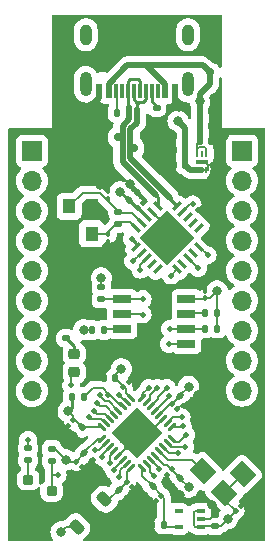
<source format=gbr>
%TF.GenerationSoftware,KiCad,Pcbnew,7.0.2*%
%TF.CreationDate,2023-05-30T01:45:27-07:00*%
%TF.ProjectId,iCEGenius,69434547-656e-4697-9573-2e6b69636164,rev?*%
%TF.SameCoordinates,Original*%
%TF.FileFunction,Copper,L1,Top*%
%TF.FilePolarity,Positive*%
%FSLAX46Y46*%
G04 Gerber Fmt 4.6, Leading zero omitted, Abs format (unit mm)*
G04 Created by KiCad (PCBNEW 7.0.2) date 2023-05-30 01:45:27*
%MOMM*%
%LPD*%
G01*
G04 APERTURE LIST*
G04 Aperture macros list*
%AMRoundRect*
0 Rectangle with rounded corners*
0 $1 Rounding radius*
0 $2 $3 $4 $5 $6 $7 $8 $9 X,Y pos of 4 corners*
0 Add a 4 corners polygon primitive as box body*
4,1,4,$2,$3,$4,$5,$6,$7,$8,$9,$2,$3,0*
0 Add four circle primitives for the rounded corners*
1,1,$1+$1,$2,$3*
1,1,$1+$1,$4,$5*
1,1,$1+$1,$6,$7*
1,1,$1+$1,$8,$9*
0 Add four rect primitives between the rounded corners*
20,1,$1+$1,$2,$3,$4,$5,0*
20,1,$1+$1,$4,$5,$6,$7,0*
20,1,$1+$1,$6,$7,$8,$9,0*
20,1,$1+$1,$8,$9,$2,$3,0*%
%AMRotRect*
0 Rectangle, with rotation*
0 The origin of the aperture is its center*
0 $1 length*
0 $2 width*
0 $3 Rotation angle, in degrees counterclockwise*
0 Add horizontal line*
21,1,$1,$2,0,0,$3*%
G04 Aperture macros list end*
%TA.AperFunction,SMDPad,CuDef*%
%ADD10RoundRect,0.135000X0.135000X0.185000X-0.135000X0.185000X-0.135000X-0.185000X0.135000X-0.185000X0*%
%TD*%
%TA.AperFunction,SMDPad,CuDef*%
%ADD11RoundRect,0.140000X0.140000X0.170000X-0.140000X0.170000X-0.140000X-0.170000X0.140000X-0.170000X0*%
%TD*%
%TA.AperFunction,SMDPad,CuDef*%
%ADD12R,1.100000X1.300000*%
%TD*%
%TA.AperFunction,SMDPad,CuDef*%
%ADD13RoundRect,0.100000X0.100000X-0.130000X0.100000X0.130000X-0.100000X0.130000X-0.100000X-0.130000X0*%
%TD*%
%TA.AperFunction,SMDPad,CuDef*%
%ADD14RoundRect,0.135000X0.185000X-0.135000X0.185000X0.135000X-0.185000X0.135000X-0.185000X-0.135000X0*%
%TD*%
%TA.AperFunction,SMDPad,CuDef*%
%ADD15RoundRect,0.100000X-0.100000X0.130000X-0.100000X-0.130000X0.100000X-0.130000X0.100000X0.130000X0*%
%TD*%
%TA.AperFunction,SMDPad,CuDef*%
%ADD16RoundRect,0.140000X-0.021213X0.219203X-0.219203X0.021213X0.021213X-0.219203X0.219203X-0.021213X0*%
%TD*%
%TA.AperFunction,SMDPad,CuDef*%
%ADD17RoundRect,0.100000X-0.162635X0.021213X0.021213X-0.162635X0.162635X-0.021213X-0.021213X0.162635X0*%
%TD*%
%TA.AperFunction,SMDPad,CuDef*%
%ADD18RoundRect,0.140000X-0.219203X-0.021213X-0.021213X-0.219203X0.219203X0.021213X0.021213X0.219203X0*%
%TD*%
%TA.AperFunction,SMDPad,CuDef*%
%ADD19RoundRect,0.140000X0.021213X-0.219203X0.219203X-0.021213X-0.021213X0.219203X-0.219203X0.021213X0*%
%TD*%
%TA.AperFunction,SMDPad,CuDef*%
%ADD20RoundRect,0.200000X-0.250000X-0.200000X0.250000X-0.200000X0.250000X0.200000X-0.250000X0.200000X0*%
%TD*%
%TA.AperFunction,SMDPad,CuDef*%
%ADD21RoundRect,0.135000X-0.185000X0.135000X-0.185000X-0.135000X0.185000X-0.135000X0.185000X0.135000X0*%
%TD*%
%TA.AperFunction,SMDPad,CuDef*%
%ADD22RoundRect,0.218750X-0.256250X0.218750X-0.256250X-0.218750X0.256250X-0.218750X0.256250X0.218750X0*%
%TD*%
%TA.AperFunction,SMDPad,CuDef*%
%ADD23RotRect,1.500000X1.700000X225.000000*%
%TD*%
%TA.AperFunction,SMDPad,CuDef*%
%ADD24RotRect,3.100000X3.100000X225.000000*%
%TD*%
%TA.AperFunction,SMDPad,CuDef*%
%ADD25RoundRect,0.062500X-0.220971X0.309359X-0.309359X0.220971X0.220971X-0.309359X0.309359X-0.220971X0*%
%TD*%
%TA.AperFunction,SMDPad,CuDef*%
%ADD26RoundRect,0.062500X0.220971X0.309359X-0.309359X-0.220971X-0.220971X-0.309359X0.309359X0.220971X0*%
%TD*%
%TA.AperFunction,SMDPad,CuDef*%
%ADD27R,1.525000X0.700000*%
%TD*%
%TA.AperFunction,SMDPad,CuDef*%
%ADD28R,0.650000X0.400000*%
%TD*%
%TA.AperFunction,SMDPad,CuDef*%
%ADD29RoundRect,0.135000X-0.135000X-0.185000X0.135000X-0.185000X0.135000X0.185000X-0.135000X0.185000X0*%
%TD*%
%TA.AperFunction,SMDPad,CuDef*%
%ADD30R,0.600000X1.150000*%
%TD*%
%TA.AperFunction,SMDPad,CuDef*%
%ADD31R,0.300000X1.150000*%
%TD*%
%TA.AperFunction,ComponentPad*%
%ADD32O,1.000000X1.800000*%
%TD*%
%TA.AperFunction,ComponentPad*%
%ADD33O,1.000000X2.100000*%
%TD*%
%TA.AperFunction,SMDPad,CuDef*%
%ADD34RotRect,3.350000X3.350000X45.000000*%
%TD*%
%TA.AperFunction,SMDPad,CuDef*%
%ADD35RotRect,0.350000X0.850000X45.000000*%
%TD*%
%TA.AperFunction,SMDPad,CuDef*%
%ADD36RotRect,0.350000X0.850000X135.000000*%
%TD*%
%TA.AperFunction,SMDPad,CuDef*%
%ADD37R,0.200000X0.600000*%
%TD*%
%TA.AperFunction,SMDPad,CuDef*%
%ADD38R,0.990000X0.350000*%
%TD*%
%TA.AperFunction,SMDPad,CuDef*%
%ADD39RoundRect,0.150000X0.150000X0.200000X-0.150000X0.200000X-0.150000X-0.200000X0.150000X-0.200000X0*%
%TD*%
%TA.AperFunction,SMDPad,CuDef*%
%ADD40RoundRect,0.150000X0.200000X-0.150000X0.200000X0.150000X-0.200000X0.150000X-0.200000X-0.150000X0*%
%TD*%
%TA.AperFunction,SMDPad,CuDef*%
%ADD41RoundRect,0.150000X-0.150000X-0.200000X0.150000X-0.200000X0.150000X0.200000X-0.150000X0.200000X0*%
%TD*%
%TA.AperFunction,SMDPad,CuDef*%
%ADD42RoundRect,0.225000X-0.106066X0.424264X-0.424264X0.106066X0.106066X-0.424264X0.424264X-0.106066X0*%
%TD*%
%TA.AperFunction,SMDPad,CuDef*%
%ADD43RoundRect,0.100000X-0.021213X-0.162635X0.162635X0.021213X0.021213X0.162635X-0.162635X-0.021213X0*%
%TD*%
%TA.AperFunction,SMDPad,CuDef*%
%ADD44RoundRect,0.100000X0.021213X0.162635X-0.162635X-0.021213X-0.021213X-0.162635X0.162635X0.021213X0*%
%TD*%
%TA.AperFunction,SMDPad,CuDef*%
%ADD45RoundRect,0.140000X0.170000X-0.140000X0.170000X0.140000X-0.170000X0.140000X-0.170000X-0.140000X0*%
%TD*%
%TA.AperFunction,SMDPad,CuDef*%
%ADD46RoundRect,0.140000X-0.140000X-0.170000X0.140000X-0.170000X0.140000X0.170000X-0.140000X0.170000X0*%
%TD*%
%TA.AperFunction,ComponentPad*%
%ADD47O,1.700000X1.700000*%
%TD*%
%TA.AperFunction,ComponentPad*%
%ADD48R,1.700000X1.700000*%
%TD*%
%TA.AperFunction,ViaPad*%
%ADD49C,0.800000*%
%TD*%
%TA.AperFunction,ViaPad*%
%ADD50C,0.500000*%
%TD*%
%TA.AperFunction,Conductor*%
%ADD51C,0.250000*%
%TD*%
%TA.AperFunction,Conductor*%
%ADD52C,0.200000*%
%TD*%
%TA.AperFunction,Conductor*%
%ADD53C,0.500000*%
%TD*%
%TA.AperFunction,Conductor*%
%ADD54C,0.550000*%
%TD*%
G04 APERTURE END LIST*
D10*
%TO.P,R8,1*%
%TO.N,Net-(D5-A)*%
X151519999Y-109400000D03*
%TO.P,R8,2*%
%TO.N,+3V3*%
X150499999Y-109400000D03*
%TD*%
D11*
%TO.P,C26,1*%
%TO.N,+3V3*%
X154160000Y-107800000D03*
%TO.P,C26,2*%
%TO.N,GND*%
X153200000Y-107800000D03*
%TD*%
D12*
%TO.P,Y1,1,1*%
%TO.N,Net-(IC2-OSC2)*%
X152175000Y-95550000D03*
%TO.P,Y1,2,2*%
%TO.N,GND*%
X152175000Y-93250000D03*
%TO.P,Y1,3,3*%
%TO.N,Net-(IC2-OSC1)*%
X150275000Y-93250000D03*
%TO.P,Y1,4,4*%
%TO.N,GND*%
X150275000Y-95550000D03*
%TD*%
D13*
%TO.P,C11,1*%
%TO.N,Net-(IC2-OSC1)*%
X153600000Y-92620000D03*
%TO.P,C11,2*%
%TO.N,GND*%
X153600000Y-91980000D03*
%TD*%
D14*
%TO.P,R3,2*%
%TO.N,Net-(IC2-OSC1)*%
X154400000Y-93690000D03*
%TO.P,R3,1*%
%TO.N,Net-(IC2-OSC2)*%
X154400000Y-94710000D03*
%TD*%
D15*
%TO.P,C12,2*%
%TO.N,GND*%
X153600000Y-96220000D03*
%TO.P,C12,1*%
%TO.N,Net-(IC2-OSC2)*%
X153600000Y-95580000D03*
%TD*%
D16*
%TO.P,C28,1*%
%TO.N,+3V3*%
X151339411Y-111960589D03*
%TO.P,C28,2*%
%TO.N,GND*%
X150660589Y-112639411D03*
%TD*%
D17*
%TO.P,C21,1*%
%TO.N,+3V3*%
X150873726Y-114873726D03*
%TO.P,C21,2*%
%TO.N,GND*%
X151326274Y-115326274D03*
%TD*%
D18*
%TO.P,C20,1*%
%TO.N,+3V3*%
X151560589Y-114160589D03*
%TO.P,C20,2*%
%TO.N,GND*%
X152239411Y-114839411D03*
%TD*%
D19*
%TO.P,C9,1*%
%TO.N,+5V*%
X155360589Y-92739411D03*
%TO.P,C9,2*%
%TO.N,GND*%
X156039411Y-92060589D03*
%TD*%
D20*
%TO.P,Q1,1,B*%
%TO.N,Net-(Q1-B)*%
X146800000Y-116400000D03*
%TO.P,Q1,2,E*%
%TO.N,GND*%
X146800000Y-118300000D03*
%TO.P,Q1,3,C*%
%TO.N,CRESET_B*%
X148800000Y-117350000D03*
%TD*%
D21*
%TO.P,R10,1*%
%TO.N,GND*%
X150000000Y-103377500D03*
%TO.P,R10,2*%
%TO.N,Net-(D5-K)*%
X150000000Y-104397500D03*
%TD*%
D22*
%TO.P,D5,1,K*%
%TO.N,Net-(D5-K)*%
X150700000Y-105712500D03*
%TO.P,D5,2,A*%
%TO.N,Net-(D5-A)*%
X150700000Y-107287500D03*
%TD*%
D23*
%TO.P,Y2,1,TRI-STATE*%
%TO.N,+3V3*%
X164975843Y-115920208D03*
%TO.P,Y2,2,GND*%
%TO.N,GND*%
X163179792Y-114124157D03*
%TO.P,Y2,3,OUTPUT*%
%TO.N,/CLK_IN*%
X161624157Y-115679792D03*
%TO.P,Y2,4,VDD*%
%TO.N,+3V3*%
X163420208Y-117475843D03*
%TD*%
D24*
%TO.P,U3,33,EXP*%
%TO.N,GND*%
X156000000Y-112438990D03*
D25*
%TO.P,U3,32,IOT_52*%
%TO.N,IOT_52*%
X158961010Y-112925126D03*
%TO.P,U3,31,IOT_53*%
%TO.N,IOT_53*%
X158607456Y-113278679D03*
%TO.P,U3,30,IOT_50_GBIN1*%
%TO.N,IOT_50_GBIN1*%
X158253903Y-113632233D03*
%TO.P,U3,29,IOT_49_GBIN0*%
%TO.N,/CLK_IN*%
X157900349Y-113985786D03*
%TO.P,U3,28,VCCIO_0*%
%TO.N,+3V3*%
X157546796Y-114339339D03*
%TO.P,U3,27,IOT_47*%
%TO.N,IOT_47*%
X157193243Y-114692893D03*
%TO.P,U3,26,IOT_45*%
%TO.N,IOT_45*%
X156839689Y-115046446D03*
%TO.P,U3,25,VCC*%
%TO.N,+1V2*%
X156486136Y-115400000D03*
D26*
%TO.P,U3,24,VPP_2V5*%
%TO.N,+2V5*%
X155513864Y-115400000D03*
%TO.P,U3,23,IOR_39*%
%TO.N,IOR_39*%
X155160311Y-115046446D03*
%TO.P,U3,22,IOR_38*%
%TO.N,IOR_38*%
X154806757Y-114692893D03*
%TO.P,U3,21,GND*%
%TO.N,GND*%
X154453204Y-114339339D03*
%TO.P,U3,20,IOR_36_GBIN2*%
%TO.N,IOR_36_GBIN2*%
X154099651Y-113985786D03*
%TO.P,U3,19,IOR_35_GBIN3*%
%TO.N,IOR_35_GBIN3*%
X153746097Y-113632233D03*
%TO.P,U3,18,IOR_34*%
%TO.N,IOR_34*%
X153392544Y-113278679D03*
%TO.P,U3,17,VCCIO_1*%
%TO.N,+3V3*%
X153038990Y-112925126D03*
D25*
%TO.P,U3,16,VCC_SPI*%
X153038990Y-111952854D03*
%TO.P,U3,15,IOB_26_SCK*%
%TO.N,SCK*%
X153392544Y-111599301D03*
%TO.P,U3,14,IOB_27_SS*%
%TO.N,SS*%
X153746097Y-111245747D03*
%TO.P,U3,13,IOB_25_SDI*%
%TO.N,SDI*%
X154099651Y-110892194D03*
%TO.P,U3,12,IOB_24_SDO*%
%TO.N,SDO*%
X154453204Y-110538641D03*
%TO.P,U3,11,CDONE*%
%TO.N,Net-(D5-A)*%
X154806757Y-110185087D03*
%TO.P,U3,10,CRESET_B*%
%TO.N,CRESET_B*%
X155160311Y-109831534D03*
%TO.P,U3,9,VCCIO_2*%
%TO.N,+3V3*%
X155513864Y-109477980D03*
D26*
%TO.P,U3,8,IOL_5A_GBIN6*%
%TO.N,IOL_5A_GBIN6*%
X156486136Y-109477980D03*
%TO.P,U3,7,IOL_5B*%
%TO.N,IOL_5B*%
X156839689Y-109831534D03*
%TO.P,U3,6,IOL_4B_GBIN7*%
%TO.N,IOL_4B_GBIN7*%
X157193243Y-110185087D03*
%TO.P,U3,5,IOL_4A*%
%TO.N,IOL_4A*%
X157546796Y-110538641D03*
%TO.P,U3,4,VCCIO_3*%
%TO.N,+3V3*%
X157900349Y-110892194D03*
%TO.P,U3,3,GND*%
%TO.N,GND*%
X158253903Y-111245747D03*
%TO.P,U3,2,IOL_2A*%
%TO.N,IOL_2A*%
X158607456Y-111599301D03*
%TO.P,U3,1,IOL_2B*%
%TO.N,IOL_2B*%
X158961010Y-111952854D03*
%TD*%
D27*
%TO.P,U2,8,VCC*%
%TO.N,+3V3*%
X160212000Y-101095000D03*
%TO.P,U2,7,/HOLD_(IO3)*%
%TO.N,Net-(U2-{slash}HOLD_(IO3))*%
X160212000Y-102365000D03*
%TO.P,U2,6,CLK*%
%TO.N,SCK*%
X160212000Y-103635000D03*
%TO.P,U2,5,DI_(IO0)*%
%TO.N,SDI*%
X160212000Y-104905000D03*
%TO.P,U2,4,GND*%
%TO.N,GND*%
X154788000Y-104905000D03*
%TO.P,U2,3,/WP_(IO2)*%
%TO.N,Net-(U2-{slash}WP_(IO2))*%
X154788000Y-103635000D03*
%TO.P,U2,2,DO_(IO1)*%
%TO.N,SDO*%
X154788000Y-102365000D03*
%TO.P,U2,1,/CS*%
%TO.N,SS*%
X154788000Y-101095000D03*
%TD*%
D28*
%TO.P,U1,1,VIN*%
%TO.N,+3V3*%
X161450000Y-120350000D03*
%TO.P,U1,2,GND*%
%TO.N,GND*%
X161450000Y-119700000D03*
%TO.P,U1,3,EN*%
%TO.N,+3V3*%
X161450000Y-119050000D03*
%TO.P,U1,4,NC*%
%TO.N,unconnected-(U1-NC-Pad4)*%
X159550000Y-119050000D03*
%TO.P,U1,5,VOUT*%
%TO.N,+1V2*%
X159550000Y-120350000D03*
%TD*%
D14*
%TO.P,R11,1*%
%TO.N,Net-(Q1-B)*%
X146800000Y-114760000D03*
%TO.P,R11,2*%
%TO.N,CRESET_B_CTL*%
X146800000Y-113740000D03*
%TD*%
%TO.P,R9,1*%
%TO.N,CRESET_B*%
X148800000Y-114810000D03*
%TO.P,R9,2*%
%TO.N,+3V3*%
X148800000Y-113790000D03*
%TD*%
%TO.P,R7,2*%
%TO.N,+3V3*%
X153000000Y-100090000D03*
%TO.P,R7,1*%
%TO.N,SS*%
X153000000Y-101110000D03*
%TD*%
D29*
%TO.P,R6,2*%
%TO.N,+3V3*%
X162810000Y-103600000D03*
%TO.P,R6,1*%
%TO.N,SCK*%
X161790000Y-103600000D03*
%TD*%
%TO.P,R5,2*%
%TO.N,Net-(U2-{slash}WP_(IO2))*%
X153210000Y-103700000D03*
%TO.P,R5,1*%
%TO.N,+3V3*%
X152190000Y-103700000D03*
%TD*%
D10*
%TO.P,R4,2*%
%TO.N,Net-(U2-{slash}HOLD_(IO3))*%
X161790000Y-102300000D03*
%TO.P,R4,1*%
%TO.N,+3V3*%
X162810000Y-102300000D03*
%TD*%
%TO.P,R2,1*%
%TO.N,Net-(J1-CC2)*%
X154310000Y-85300000D03*
%TO.P,R2,2*%
%TO.N,GND*%
X153290000Y-85300000D03*
%TD*%
D21*
%TO.P,R1,1*%
%TO.N,Net-(J1-CC1)*%
X157700000Y-84890000D03*
%TO.P,R1,2*%
%TO.N,GND*%
X157700000Y-85910000D03*
%TD*%
D30*
%TO.P,J1,A1,GND*%
%TO.N,GND*%
X159210000Y-83475000D03*
%TO.P,J1,A4,VBUS*%
%TO.N,+5V*%
X158410000Y-83475000D03*
D31*
%TO.P,J1,A5,CC1*%
%TO.N,Net-(J1-CC1)*%
X157260000Y-83475000D03*
%TO.P,J1,A6,D+*%
%TO.N,USB_D+*%
X156260000Y-83475000D03*
%TO.P,J1,A7,D-*%
%TO.N,USB_D-*%
X155760000Y-83475000D03*
%TO.P,J1,A8,SBU1*%
%TO.N,unconnected-(J1-SBU1-PadA8)*%
X154760000Y-83475000D03*
D30*
%TO.P,J1,A9,VBUS*%
%TO.N,+5V*%
X153610000Y-83475000D03*
%TO.P,J1,A12,GND*%
%TO.N,GND*%
X152810000Y-83475000D03*
%TO.P,J1,B1,GND*%
X152810000Y-83475000D03*
%TO.P,J1,B4,VBUS*%
%TO.N,+5V*%
X153610000Y-83475000D03*
D31*
%TO.P,J1,B5,CC2*%
%TO.N,Net-(J1-CC2)*%
X154260000Y-83475000D03*
%TO.P,J1,B6,D+*%
%TO.N,USB_D+*%
X155260000Y-83475000D03*
%TO.P,J1,B7,D-*%
%TO.N,USB_D-*%
X156760000Y-83475000D03*
%TO.P,J1,B8,SBU2*%
%TO.N,unconnected-(J1-SBU2-PadB8)*%
X157760000Y-83475000D03*
D30*
%TO.P,J1,B9,VBUS*%
%TO.N,+5V*%
X158410000Y-83475000D03*
%TO.P,J1,B12,GND*%
%TO.N,GND*%
X159210000Y-83475000D03*
D32*
%TO.P,J1,S1,SHIELD*%
%TO.N,unconnected-(J1-SHIELD-PadS1)*%
X160330000Y-78720000D03*
D33*
X151690000Y-82900000D03*
D32*
X151690000Y-78720000D03*
D33*
X160330000Y-82900000D03*
%TD*%
D34*
%TO.P,IC2,21,EP*%
%TO.N,GND*%
X158600000Y-95900000D03*
D35*
%TO.P,IC2,20,OSC2*%
%TO.N,Net-(IC2-OSC2)*%
X155948350Y-95086827D03*
%TO.P,IC2,19,OSC1*%
%TO.N,Net-(IC2-OSC1)*%
X156407969Y-94627208D03*
%TO.P,IC2,18,VDD*%
%TO.N,+5V*%
X156867588Y-94167588D03*
%TO.P,IC2,17,VSS*%
%TO.N,GND*%
X157327208Y-93707969D03*
%TO.P,IC2,16,D+*%
%TO.N,USB_D+*%
X157786827Y-93248350D03*
D36*
%TO.P,IC2,15,D-*%
%TO.N,USB_D-*%
X159413173Y-93248350D03*
%TO.P,IC2,14,VUSB*%
%TO.N,Net-(IC2-VUSB)*%
X159872792Y-93707969D03*
%TO.P,IC2,13,GP8*%
%TO.N,unconnected-(IC2-GP8-Pad13)*%
X160332412Y-94167588D03*
%TO.P,IC2,12,GP7*%
%TO.N,unconnected-(IC2-GP7-Pad12)*%
X160792031Y-94627208D03*
%TO.P,IC2,11,GP6*%
%TO.N,unconnected-(IC2-GP6-Pad11)*%
X161251650Y-95086827D03*
D35*
%TO.P,IC2,10,MISO*%
%TO.N,SDI*%
X161251650Y-96713173D03*
%TO.P,IC2,9,GP5*%
%TO.N,unconnected-(IC2-GP5-Pad9)*%
X160792031Y-97172792D03*
%TO.P,IC2,8,SCK*%
%TO.N,SCK*%
X160332412Y-97632412D03*
%TO.P,IC2,7,GP4*%
%TO.N,unconnected-(IC2-GP4-Pad7)*%
X159872792Y-98092031D03*
%TO.P,IC2,6,MOSI*%
%TO.N,SDO*%
X159413173Y-98551650D03*
D36*
%TO.P,IC2,5,GP3*%
%TO.N,unconnected-(IC2-GP3-Pad5)*%
X157786827Y-98551650D03*
%TO.P,IC2,4,GP2*%
%TO.N,unconnected-(IC2-GP2-Pad4)*%
X157327208Y-98092031D03*
%TO.P,IC2,3,GP1*%
%TO.N,CRESET_B_CTL*%
X156867588Y-97632412D03*
%TO.P,IC2,2,GP0*%
%TO.N,SS*%
X156407969Y-97172792D03*
%TO.P,IC2,1,~{RST}*%
%TO.N,+5V*%
X155948350Y-96713173D03*
%TD*%
D37*
%TO.P,IC1,1,VOUT_1*%
%TO.N,+3V3*%
X161100000Y-90150000D03*
%TO.P,IC1,2,VOUT_2*%
X161500000Y-90150000D03*
%TO.P,IC1,3,GND*%
%TO.N,GND*%
X161900000Y-90150000D03*
%TO.P,IC1,4,EN*%
%TO.N,+5V*%
X161900000Y-88850000D03*
%TO.P,IC1,5,NC*%
%TO.N,unconnected-(IC1-NC-Pad5)*%
X161500000Y-88850000D03*
%TO.P,IC1,6,VIN*%
%TO.N,+5V*%
X161100000Y-88850000D03*
D38*
%TO.P,IC1,7,EP*%
%TO.N,GND*%
X161500000Y-89500000D03*
%TD*%
D39*
%TO.P,D4,1,A1*%
%TO.N,GND*%
X153000000Y-87400000D03*
%TO.P,D4,2,A2*%
%TO.N,USB_D+*%
X154400000Y-87400000D03*
%TD*%
D40*
%TO.P,D3,1,A1*%
%TO.N,GND*%
X162200000Y-80500000D03*
%TO.P,D3,2,A2*%
%TO.N,+5V*%
X162200000Y-81900000D03*
%TD*%
D41*
%TO.P,D2,1,A1*%
%TO.N,GND*%
X157200000Y-88300000D03*
%TO.P,D2,2,A2*%
%TO.N,USB_D-*%
X155800000Y-88300000D03*
%TD*%
D42*
%TO.P,D1,1,K*%
%TO.N,+2V5*%
X153266726Y-118033274D03*
%TO.P,D1,2,A*%
%TO.N,+3V3*%
X150933274Y-120366726D03*
%TD*%
D43*
%TO.P,C29,1*%
%TO.N,+3V3*%
X154873726Y-108526274D03*
%TO.P,C29,2*%
%TO.N,GND*%
X155326274Y-108073726D03*
%TD*%
D44*
%TO.P,C27,1*%
%TO.N,+3V3*%
X150626274Y-111373726D03*
%TO.P,C27,2*%
%TO.N,GND*%
X150173726Y-111826274D03*
%TD*%
D17*
%TO.P,C25,1*%
%TO.N,+3V3*%
X158973726Y-109973726D03*
%TO.P,C25,2*%
%TO.N,GND*%
X159426274Y-110426274D03*
%TD*%
D18*
%TO.P,C24,1*%
%TO.N,+3V3*%
X159660589Y-109260589D03*
%TO.P,C24,2*%
%TO.N,GND*%
X160339411Y-109939411D03*
%TD*%
D44*
%TO.P,C23,1*%
%TO.N,+3V3*%
X159026274Y-115493726D03*
%TO.P,C23,2*%
%TO.N,GND*%
X158573726Y-115946274D03*
%TD*%
D16*
%TO.P,C22,1*%
%TO.N,+3V3*%
X159705096Y-116229117D03*
%TO.P,C22,2*%
%TO.N,GND*%
X159026274Y-116907939D03*
%TD*%
D44*
%TO.P,C19,1*%
%TO.N,+1V2*%
X158085409Y-117756084D03*
%TO.P,C19,2*%
%TO.N,GND*%
X157632861Y-118208632D03*
%TD*%
D16*
%TO.P,C18,1*%
%TO.N,+1V2*%
X157339411Y-116960589D03*
%TO.P,C18,2*%
%TO.N,GND*%
X156660589Y-117639411D03*
%TD*%
D17*
%TO.P,C17,1*%
%TO.N,+2V5*%
X155153554Y-116539340D03*
%TO.P,C17,2*%
%TO.N,GND*%
X155606102Y-116991888D03*
%TD*%
D18*
%TO.P,C16,1*%
%TO.N,+2V5*%
X154460589Y-117260589D03*
%TO.P,C16,2*%
%TO.N,GND*%
X155139411Y-117939411D03*
%TD*%
D43*
%TO.P,C15,1*%
%TO.N,+3V3*%
X164373726Y-119026274D03*
%TO.P,C15,2*%
%TO.N,GND*%
X164826274Y-118573726D03*
%TD*%
D13*
%TO.P,C14,2*%
%TO.N,GND*%
X161800000Y-100380000D03*
%TO.P,C14,1*%
%TO.N,+3V3*%
X161800000Y-101020000D03*
%TD*%
D17*
%TO.P,C13,1*%
%TO.N,Net-(IC2-VUSB)*%
X160773726Y-93073726D03*
%TO.P,C13,2*%
%TO.N,GND*%
X161226274Y-93526274D03*
%TD*%
D43*
%TO.P,C10,1*%
%TO.N,+5V*%
X156099516Y-93385409D03*
%TO.P,C10,2*%
%TO.N,GND*%
X156552064Y-92932861D03*
%TD*%
D11*
%TO.P,C8,1*%
%TO.N,+1V2*%
X158280000Y-120200000D03*
%TO.P,C8,2*%
%TO.N,GND*%
X157320000Y-120200000D03*
%TD*%
D45*
%TO.P,C7,1*%
%TO.N,+3V3*%
X162600000Y-120300000D03*
%TO.P,C7,2*%
%TO.N,GND*%
X162600000Y-119340000D03*
%TD*%
D11*
%TO.P,C6,1*%
%TO.N,+3V3*%
X160080000Y-87300000D03*
%TO.P,C6,2*%
%TO.N,GND*%
X159120000Y-87300000D03*
%TD*%
%TO.P,C5,1*%
%TO.N,+3V3*%
X160080000Y-88500000D03*
%TO.P,C5,2*%
%TO.N,GND*%
X159120000Y-88500000D03*
%TD*%
%TO.P,C4,1*%
%TO.N,+3V3*%
X160080000Y-89700000D03*
%TO.P,C4,2*%
%TO.N,GND*%
X159120000Y-89700000D03*
%TD*%
D46*
%TO.P,C3,1*%
%TO.N,+5V*%
X161365000Y-87700001D03*
%TO.P,C3,2*%
%TO.N,GND*%
X162325000Y-87700001D03*
%TD*%
%TO.P,C2,1*%
%TO.N,+5V*%
X161365000Y-86400001D03*
%TO.P,C2,2*%
%TO.N,GND*%
X162325000Y-86400001D03*
%TD*%
%TO.P,C1,1*%
%TO.N,+5V*%
X161365000Y-85170003D03*
%TO.P,C1,2*%
%TO.N,GND*%
X162325000Y-85170003D03*
%TD*%
D47*
%TO.P,J3,10,Pin_10*%
%TO.N,GND*%
X164915000Y-111390000D03*
%TO.P,J3,9,Pin_9*%
%TO.N,IOT_45*%
X164915000Y-108850000D03*
%TO.P,J3,8,Pin_8*%
%TO.N,IOT_47*%
X164915000Y-106310000D03*
%TO.P,J3,7,Pin_7*%
%TO.N,IOL_4A*%
X164915000Y-103770000D03*
%TO.P,J3,6,Pin_6*%
%TO.N,IOT_50_GBIN1*%
X164915000Y-101230000D03*
%TO.P,J3,5,Pin_5*%
%TO.N,IOT_53*%
X164915000Y-98690000D03*
%TO.P,J3,4,Pin_4*%
%TO.N,IOT_52*%
X164915000Y-96150000D03*
%TO.P,J3,3,Pin_3*%
%TO.N,IOL_2B*%
X164915000Y-93610000D03*
%TO.P,J3,2,Pin_2*%
%TO.N,IOL_2A*%
X164915000Y-91070000D03*
D48*
%TO.P,J3,1,Pin_1*%
%TO.N,+3V3*%
X164915000Y-88530000D03*
%TD*%
D47*
%TO.P,J2,10,Pin_10*%
%TO.N,GND*%
X147115000Y-111410000D03*
%TO.P,J2,9,Pin_9*%
%TO.N,IOR_39*%
X147115000Y-108870000D03*
%TO.P,J2,8,Pin_8*%
%TO.N,IOR_38*%
X147115000Y-106330000D03*
%TO.P,J2,7,Pin_7*%
%TO.N,IOR_36_GBIN2*%
X147115000Y-103790000D03*
%TO.P,J2,6,Pin_6*%
%TO.N,IOR_35_GBIN3*%
X147115000Y-101250000D03*
%TO.P,J2,5,Pin_5*%
%TO.N,IOR_34*%
X147115000Y-98710000D03*
%TO.P,J2,4,Pin_4*%
%TO.N,IOL_5A_GBIN6*%
X147115000Y-96170000D03*
%TO.P,J2,3,Pin_3*%
%TO.N,IOL_5B*%
X147115000Y-93630000D03*
%TO.P,J2,2,Pin_2*%
%TO.N,IOL_4B_GBIN7*%
X147115000Y-91090000D03*
D48*
%TO.P,J2,1,Pin_1*%
%TO.N,+3V3*%
X147115000Y-88550000D03*
%TD*%
D49*
%TO.N,GND*%
X151400000Y-97899999D03*
X151400000Y-101900001D03*
X151400000Y-99900000D03*
X152399999Y-121000000D03*
X156400001Y-121000000D03*
X154400000Y-121000000D03*
X157800001Y-78800000D03*
X153799999Y-78800000D03*
X155800000Y-78800000D03*
X150100000Y-88800000D03*
X150100000Y-84800000D03*
X150100000Y-86800000D03*
X149700000Y-82500000D03*
X149700000Y-80500000D03*
X149700000Y-78500000D03*
%TO.N,+5V*%
X161365000Y-84300000D03*
D50*
%TO.N,Net-(D5-A)*%
X150450500Y-108400000D03*
%TO.N,CRESET_B*%
X149300000Y-116000000D03*
%TO.N,CRESET_B_CTL*%
X146800000Y-113000000D03*
X156300000Y-98600000D03*
%TO.N,SDI*%
X158700000Y-104900000D03*
X162000000Y-97400000D03*
%TO.N,SCK*%
X158800000Y-103600000D03*
X161200000Y-98500000D03*
%TO.N,SDO*%
X156500000Y-102400000D03*
X158900000Y-99100000D03*
%TO.N,SS*%
X156500000Y-101100000D03*
X155700000Y-97900000D03*
%TO.N,GND*%
X161700000Y-93000000D03*
D49*
%TO.N,+3V3*%
X153000000Y-99300000D03*
X151500000Y-103700000D03*
%TO.N,GND*%
X165900000Y-118200000D03*
X164700000Y-113600000D03*
X161200000Y-109200000D03*
%TO.N,+3V3*%
X160400000Y-108500000D03*
D50*
%TO.N,GND*%
X149700000Y-112600000D03*
D49*
%TO.N,+3V3*%
X150200000Y-110600000D03*
D50*
%TO.N,GND*%
X152200000Y-115700000D03*
D49*
%TO.N,+3V3*%
X150000000Y-114700000D03*
%TO.N,GND*%
X146800000Y-119800000D03*
%TO.N,+3V3*%
X149600000Y-120800000D03*
%TO.N,GND*%
X156700000Y-118800000D03*
X159641121Y-117650468D03*
X162400000Y-118500000D03*
%TO.N,+3V3*%
X163700000Y-119700000D03*
X160400000Y-117000000D03*
X154700000Y-107000000D03*
%TO.N,GND*%
X156300000Y-107300000D03*
X153200000Y-106900000D03*
X150000000Y-102400000D03*
%TO.N,+3V3*%
X162800000Y-100400000D03*
%TO.N,GND*%
X153600000Y-97200000D03*
X153300000Y-94300000D03*
X150300000Y-96900000D03*
D50*
%TO.N,+5V*%
X155600000Y-96000000D03*
D49*
X154600000Y-92000000D03*
%TO.N,GND*%
X155431635Y-91368365D03*
X152900000Y-91400000D03*
X162500000Y-84100000D03*
X163400000Y-87300000D03*
%TO.N,+3V3*%
X159500000Y-86000000D03*
%TO.N,GND*%
X158300000Y-88500000D03*
D50*
X154800000Y-104900000D03*
%TO.N,IOT_45*%
X157480298Y-116059602D03*
%TO.N,IOT_47*%
X157900000Y-115500000D03*
%TO.N,IOT_50_GBIN1*%
X159500000Y-114149500D03*
%TO.N,IOT_53*%
X160100000Y-113600000D03*
%TO.N,IOR_39*%
X154496826Y-116146070D03*
%TO.N,IOR_38*%
X154059891Y-115599818D03*
%TO.N,IOR_36_GBIN2*%
X153700000Y-115000000D03*
%TO.N,IOR_35_GBIN3*%
X153100000Y-114500000D03*
%TO.N,IOR_34*%
X152500000Y-113900000D03*
%TO.N,SCK*%
X151928121Y-111094768D03*
%TO.N,SS*%
X152397937Y-110576525D03*
%TO.N,SDI*%
X152600000Y-109900000D03*
%TO.N,SDO*%
X152900497Y-109200000D03*
%TO.N,Net-(D5-A)*%
X153600000Y-109200000D03*
%TO.N,CRESET_B*%
X154500000Y-109200000D03*
%TO.N,IOL_5A_GBIN6*%
X157003934Y-108596040D03*
%TO.N,IOL_5B*%
X157738543Y-108638543D03*
%TO.N,IOL_4B_GBIN7*%
X158533627Y-108620571D03*
%TO.N,IOL_4A*%
X158700000Y-109300000D03*
D49*
%TO.N,GND*%
X151900000Y-87400000D03*
X157300000Y-87100000D03*
X162200000Y-79400000D03*
X151900000Y-84900000D03*
X159600000Y-84800000D03*
X158600000Y-95900000D03*
X156000000Y-112438990D03*
D50*
%TO.N,IOL_2A*%
X159800000Y-111100000D03*
%TO.N,IOL_2B*%
X159900000Y-111800000D03*
%TO.N,IOT_52*%
X160200000Y-112600000D03*
%TD*%
D51*
%TO.N,+3V3*%
X150499999Y-110300001D02*
X150200000Y-110600000D01*
X150499999Y-109400000D02*
X150499999Y-110300001D01*
D52*
%TO.N,Net-(D5-A)*%
X152269999Y-108650000D02*
X151519999Y-109400000D01*
X153128315Y-108650000D02*
X152269999Y-108650000D01*
X153600000Y-109121685D02*
X153128315Y-108650000D01*
X153600000Y-109200000D02*
X153600000Y-109121685D01*
D51*
%TO.N,GND*%
X156520000Y-121000000D02*
X157320000Y-120200000D01*
X156400001Y-121000000D02*
X156520000Y-121000000D01*
%TO.N,Net-(D5-K)*%
X150700000Y-105097500D02*
X150000000Y-104397500D01*
X150700000Y-105712500D02*
X150700000Y-105097500D01*
D52*
%TO.N,Net-(D5-A)*%
X150450500Y-107537000D02*
X150700000Y-107287500D01*
X150450500Y-108400000D02*
X150450500Y-107537000D01*
%TO.N,SDI*%
X152856902Y-110156902D02*
X153364359Y-110156902D01*
D53*
%TO.N,+5V*%
X161365000Y-84300000D02*
X161365000Y-87700001D01*
X161365000Y-83735000D02*
X161365000Y-84300000D01*
D52*
%TO.N,SCK*%
X153014619Y-111221376D02*
X153392544Y-111599301D01*
X152054729Y-111221376D02*
X153014619Y-111221376D01*
X151928121Y-111094768D02*
X152054729Y-111221376D01*
%TO.N,IOT_45*%
X157157994Y-115364751D02*
X156839689Y-115046446D01*
X157157994Y-115737298D02*
X157157994Y-115364751D01*
X157480298Y-116059602D02*
X157157994Y-115737298D01*
%TO.N,+3V3*%
X162180000Y-101020000D02*
X161800000Y-101020000D01*
X162800000Y-100400000D02*
X162180000Y-101020000D01*
X162800000Y-100400000D02*
X162800000Y-103590000D01*
X162800000Y-103590000D02*
X162810000Y-103600000D01*
%TO.N,GND*%
X151826274Y-115326274D02*
X151326274Y-115326274D01*
X152200000Y-115700000D02*
X151826274Y-115326274D01*
X152200000Y-115700000D02*
X152239411Y-115660589D01*
X152239411Y-115660589D02*
X152239411Y-114839411D01*
%TO.N,CRESET_B*%
X148800000Y-116000000D02*
X149300000Y-116000000D01*
%TO.N,CRESET_B_CTL*%
X146800000Y-113000000D02*
X146800000Y-113740000D01*
X156300000Y-98200000D02*
X156300000Y-98600000D01*
X156867588Y-97632412D02*
X156300000Y-98200000D01*
%TO.N,IOL_5A_GBIN6*%
X156486136Y-109113838D02*
X156486136Y-109477980D01*
X157003934Y-108596040D02*
X156486136Y-109113838D01*
%TO.N,IOL_5B*%
X157157994Y-109513229D02*
X156839689Y-109831534D01*
X157157994Y-109219092D02*
X157157994Y-109513229D01*
X157738543Y-108638543D02*
X157157994Y-109219092D01*
%TO.N,IOL_4B_GBIN7*%
X157800000Y-109354198D02*
X157800000Y-109578330D01*
X157800000Y-109578330D02*
X157193243Y-110185087D01*
X158533627Y-108620571D02*
X157800000Y-109354198D01*
%TO.N,IOL_4A*%
X158700000Y-109385437D02*
X157546796Y-110538641D01*
X158700000Y-109300000D02*
X158700000Y-109385437D01*
%TO.N,SCK*%
X160332412Y-97632412D02*
X161200000Y-98500000D01*
%TO.N,SS*%
X153015000Y-101095000D02*
X153000000Y-101110000D01*
X154788000Y-101095000D02*
X153015000Y-101095000D01*
%TO.N,SDI*%
X160207000Y-104900000D02*
X160212000Y-104905000D01*
X158700000Y-104900000D02*
X160207000Y-104900000D01*
X161313173Y-96713173D02*
X162000000Y-97400000D01*
X161251650Y-96713173D02*
X161313173Y-96713173D01*
%TO.N,SCK*%
X160177000Y-103600000D02*
X160212000Y-103635000D01*
X158800000Y-103600000D02*
X160177000Y-103600000D01*
%TO.N,SDO*%
X156465000Y-102365000D02*
X156500000Y-102400000D01*
X154788000Y-102365000D02*
X156465000Y-102365000D01*
X159413173Y-98586827D02*
X158900000Y-99100000D01*
X159413173Y-98551650D02*
X159413173Y-98586827D01*
%TO.N,SS*%
X156500000Y-101100000D02*
X154793000Y-101100000D01*
X154793000Y-101100000D02*
X154788000Y-101095000D01*
X156407969Y-97192031D02*
X155700000Y-97900000D01*
X156407969Y-97172792D02*
X156407969Y-97192031D01*
%TO.N,GND*%
X161700000Y-93052548D02*
X161226274Y-93526274D01*
X161700000Y-93000000D02*
X161700000Y-93052548D01*
%TO.N,Net-(IC2-VUSB)*%
X160507035Y-93073726D02*
X160773726Y-93073726D01*
X159872792Y-93707969D02*
X160507035Y-93073726D01*
D53*
%TO.N,GND*%
X151900000Y-84900000D02*
X152300000Y-84500000D01*
X152300000Y-84500000D02*
X152400000Y-84500000D01*
D52*
%TO.N,CRESET_B*%
X148800000Y-117350000D02*
X148800000Y-116000000D01*
X148800000Y-116000000D02*
X148800000Y-114810000D01*
%TO.N,+3V3*%
X164975843Y-115920208D02*
X163420208Y-117475843D01*
D51*
%TO.N,GND*%
X155431635Y-91368365D02*
X156039411Y-91976141D01*
X156039411Y-91976141D02*
X156039411Y-92060589D01*
%TO.N,+5V*%
X154621178Y-92000000D02*
X155360589Y-92739411D01*
X154600000Y-92000000D02*
X154621178Y-92000000D01*
%TO.N,GND*%
X153480000Y-91980000D02*
X152900000Y-91400000D01*
X153600000Y-91980000D02*
X153480000Y-91980000D01*
D52*
%TO.N,+3V3*%
X153000000Y-100090000D02*
X153000000Y-99300000D01*
X152190000Y-103700000D02*
X151500000Y-103700000D01*
%TO.N,GND*%
X165526274Y-118573726D02*
X165900000Y-118200000D01*
X164826274Y-118573726D02*
X165526274Y-118573726D01*
X164175843Y-114124157D02*
X164700000Y-113600000D01*
X163179792Y-114124157D02*
X164175843Y-114124157D01*
X160860589Y-109939411D02*
X161200000Y-109600000D01*
X161200000Y-109600000D02*
X161200000Y-109200000D01*
X159913137Y-109939411D02*
X160860589Y-109939411D01*
X159426274Y-110426274D02*
X159913137Y-109939411D01*
X160339411Y-109939411D02*
X160860589Y-109939411D01*
%TO.N,+3V3*%
X159660589Y-109239411D02*
X160400000Y-108500000D01*
X159660589Y-109260589D02*
X159660589Y-109239411D01*
X158973726Y-109947452D02*
X159660589Y-109260589D01*
X158973726Y-109973726D02*
X158973726Y-109947452D01*
X158818817Y-109973726D02*
X158973726Y-109973726D01*
X157900349Y-110892194D02*
X158818817Y-109973726D01*
%TO.N,GND*%
X149739411Y-112639411D02*
X149700000Y-112600000D01*
X150660589Y-112639411D02*
X149739411Y-112639411D01*
X150173726Y-112126274D02*
X149700000Y-112600000D01*
X150173726Y-111826274D02*
X150173726Y-112126274D01*
%TO.N,+3V3*%
X150626274Y-111026274D02*
X150200000Y-110600000D01*
X150626274Y-111373726D02*
X150626274Y-111026274D01*
X151339411Y-111960589D02*
X153031255Y-111960589D01*
X153031255Y-111960589D02*
X153038990Y-111952854D01*
X150752548Y-111373726D02*
X151339411Y-111960589D01*
X150626274Y-111373726D02*
X150752548Y-111373726D01*
X149090000Y-113790000D02*
X150000000Y-114700000D01*
X148800000Y-113790000D02*
X149090000Y-113790000D01*
X150173726Y-114873726D02*
X150000000Y-114700000D01*
X150873726Y-114873726D02*
X150173726Y-114873726D01*
X150873726Y-114847452D02*
X151560589Y-114160589D01*
X150873726Y-114873726D02*
X150873726Y-114847452D01*
X152697056Y-112925126D02*
X153038990Y-112925126D01*
X151560589Y-114061593D02*
X152697056Y-112925126D01*
X151560589Y-114160589D02*
X151560589Y-114061593D01*
%TO.N,Net-(Q1-B)*%
X146800000Y-116400000D02*
X146800000Y-114760000D01*
%TO.N,GND*%
X146800000Y-118300000D02*
X146800000Y-119800000D01*
%TO.N,+3V3*%
X150033274Y-120366726D02*
X149600000Y-120800000D01*
X150933274Y-120366726D02*
X150033274Y-120366726D01*
%TO.N,+2V5*%
X153266726Y-118033274D02*
X153687904Y-118033274D01*
X153687904Y-118033274D02*
X154460589Y-117260589D01*
X154460589Y-117232305D02*
X155153554Y-116539340D01*
X154460589Y-117260589D02*
X154460589Y-117232305D01*
X155153554Y-116539340D02*
X155153554Y-115760310D01*
X155153554Y-115760310D02*
X155513864Y-115400000D01*
%TO.N,GND*%
X155606102Y-117706102D02*
X156700000Y-118800000D01*
X155606102Y-116991888D02*
X155606102Y-117706102D01*
X155839411Y-117939411D02*
X156700000Y-118800000D01*
X155139411Y-117939411D02*
X155839411Y-117939411D01*
X157291368Y-118208632D02*
X156700000Y-118800000D01*
X157632861Y-118208632D02*
X157291368Y-118208632D01*
X156660589Y-118760589D02*
X156700000Y-118800000D01*
X156660589Y-117639411D02*
X156660589Y-118760589D01*
%TO.N,+1V2*%
X156486136Y-116107314D02*
X156486136Y-115400000D01*
X157339411Y-116960589D02*
X156486136Y-116107314D01*
X158085409Y-117756084D02*
X158085409Y-117706587D01*
X158085409Y-117706587D02*
X157339411Y-116960589D01*
X158280000Y-117950675D02*
X158085409Y-117756084D01*
X158280000Y-120200000D02*
X158280000Y-117950675D01*
X158430000Y-120350000D02*
X158280000Y-120200000D01*
X159550000Y-120350000D02*
X158430000Y-120350000D01*
%TO.N,GND*%
X159026274Y-117035621D02*
X159641121Y-117650468D01*
X159026274Y-116907939D02*
X159026274Y-117035621D01*
X158573726Y-115946274D02*
X158573726Y-116455391D01*
X158573726Y-116455391D02*
X159026274Y-116907939D01*
%TO.N,+3V3*%
X160400000Y-117000000D02*
X159705096Y-116305096D01*
X159705096Y-116305096D02*
X159705096Y-116229117D01*
%TO.N,GND*%
X162600000Y-118700000D02*
X162400000Y-118500000D01*
X162600000Y-119340000D02*
X162600000Y-118700000D01*
X162240000Y-119700000D02*
X162600000Y-119340000D01*
X161450000Y-119700000D02*
X162240000Y-119700000D01*
%TO.N,+3V3*%
X160925000Y-119050000D02*
X161450000Y-119050000D01*
X160825000Y-119150000D02*
X160925000Y-119050000D01*
X160925000Y-120350000D02*
X160825000Y-120250000D01*
X161450000Y-120350000D02*
X160925000Y-120350000D01*
X160825000Y-120250000D02*
X160825000Y-119150000D01*
X163100000Y-120300000D02*
X162600000Y-120300000D01*
X163700000Y-119700000D02*
X163100000Y-120300000D01*
X163700000Y-119700000D02*
X164373726Y-119026274D01*
X163420208Y-118072756D02*
X163420208Y-117475843D01*
X164373726Y-119026274D02*
X163420208Y-118072756D01*
X161500000Y-120300000D02*
X161450000Y-120350000D01*
X162600000Y-120300000D02*
X161500000Y-120300000D01*
X158575479Y-115099500D02*
X159705096Y-116229117D01*
X158306957Y-115099500D02*
X158575479Y-115099500D01*
X157546796Y-114339339D02*
X158306957Y-115099500D01*
X155073726Y-108693726D02*
X154180000Y-107800000D01*
X155073726Y-109037842D02*
X155073726Y-108693726D01*
X155073726Y-109037842D02*
X155513864Y-109477980D01*
X154180000Y-107520000D02*
X154700000Y-107000000D01*
X154180000Y-107800000D02*
X154180000Y-107520000D01*
%TO.N,GND*%
X155726274Y-107873726D02*
X156300000Y-107300000D01*
X155526274Y-107873726D02*
X155726274Y-107873726D01*
X153220000Y-106920000D02*
X153200000Y-106900000D01*
X153220000Y-107800000D02*
X153220000Y-106920000D01*
X150000000Y-103377500D02*
X150000000Y-102400000D01*
%TO.N,Net-(U2-{slash}WP_(IO2))*%
X153275000Y-103635000D02*
X153210000Y-103700000D01*
X154788000Y-103635000D02*
X153275000Y-103635000D01*
%TO.N,SCK*%
X160247000Y-103600000D02*
X160212000Y-103635000D01*
X161790000Y-103600000D02*
X160247000Y-103600000D01*
%TO.N,Net-(U2-{slash}HOLD_(IO3))*%
X161790000Y-102300000D02*
X160277000Y-102300000D01*
X160277000Y-102300000D02*
X160212000Y-102365000D01*
%TO.N,+3V3*%
X161725000Y-101095000D02*
X161800000Y-101020000D01*
X160212000Y-101095000D02*
X161725000Y-101095000D01*
%TO.N,GND*%
X153600000Y-96220000D02*
X153600000Y-97200000D01*
%TO.N,Net-(IC2-OSC1)*%
X152890684Y-92100000D02*
X151425000Y-92100000D01*
X154400000Y-93609316D02*
X152890684Y-92100000D01*
X151425000Y-92100000D02*
X150275000Y-93250000D01*
X154400000Y-93690000D02*
X154400000Y-93609316D01*
X154550000Y-93840000D02*
X154400000Y-93690000D01*
X155620761Y-93840000D02*
X154550000Y-93840000D01*
D53*
%TO.N,GND*%
X152250000Y-93250000D02*
X153300000Y-94300000D01*
X152175000Y-93250000D02*
X152250000Y-93250000D01*
X150275000Y-96875000D02*
X150300000Y-96900000D01*
X150275000Y-95550000D02*
X150275000Y-96875000D01*
D51*
%TO.N,+5V*%
X155948350Y-96348350D02*
X155600000Y-96000000D01*
X155948350Y-96713173D02*
X155948350Y-96348350D01*
X155910589Y-93289411D02*
X155989411Y-93289411D01*
X155989411Y-93289411D02*
X156867588Y-94167588D01*
X155910589Y-93289411D02*
X155360589Y-92739411D01*
X156006587Y-93385409D02*
X155910589Y-93289411D01*
X156099516Y-93385409D02*
X156006587Y-93385409D01*
%TO.N,GND*%
X156552064Y-92932861D02*
X156552064Y-92573242D01*
X156552064Y-92573242D02*
X156039411Y-92060589D01*
X162325000Y-84275000D02*
X162500000Y-84100000D01*
X162325000Y-85170003D02*
X162325000Y-84275000D01*
X162900000Y-86800000D02*
X163000000Y-86900000D01*
X162325000Y-85170003D02*
X162325000Y-85225000D01*
X162500001Y-86400001D02*
X163000000Y-86900000D01*
X163000000Y-86900000D02*
X163400000Y-87300000D01*
X162999999Y-87700001D02*
X163400000Y-87300000D01*
X162325000Y-87700001D02*
X162999999Y-87700001D01*
X162325000Y-86400001D02*
X162500001Y-86400001D01*
D53*
%TO.N,+3V3*%
X160080000Y-86580000D02*
X159500000Y-86000000D01*
X160080000Y-87900000D02*
X160080000Y-87300000D01*
X160080000Y-87900000D02*
X160080000Y-86580000D01*
X160080000Y-89700000D02*
X160080000Y-87900000D01*
%TO.N,+5V*%
X162200000Y-82900000D02*
X161365000Y-83735000D01*
X162200000Y-81900000D02*
X162200000Y-82900000D01*
D52*
X161900000Y-88350000D02*
X161900000Y-88850000D01*
X161800000Y-88250000D02*
X161900000Y-88350000D01*
X161100000Y-88400000D02*
X161250000Y-88250000D01*
X161250000Y-88250000D02*
X161800000Y-88250000D01*
X161100000Y-88850000D02*
X161100000Y-88400000D01*
X161100000Y-87965001D02*
X161365000Y-87700001D01*
X161100000Y-88850000D02*
X161100000Y-87965001D01*
%TO.N,GND*%
X162050000Y-89700000D02*
X162050000Y-90150000D01*
X161850000Y-89500000D02*
X162050000Y-89700000D01*
X161500000Y-89500000D02*
X161850000Y-89500000D01*
D53*
%TO.N,+3V3*%
X160530000Y-90150000D02*
X160080000Y-89700000D01*
X161500000Y-90150000D02*
X160530000Y-90150000D01*
D51*
%TO.N,GND*%
X158300000Y-89100000D02*
X158300000Y-88500000D01*
X158900000Y-89700000D02*
X158300000Y-89100000D01*
D52*
X159120000Y-89700000D02*
X158900000Y-89700000D01*
D51*
X158300000Y-88000000D02*
X158300000Y-88500000D01*
X159000000Y-87300000D02*
X158300000Y-88000000D01*
D52*
X159120000Y-87300000D02*
X159000000Y-87300000D01*
D51*
X159120000Y-88500000D02*
X158300000Y-88500000D01*
D53*
X154795000Y-104905000D02*
X154800000Y-104900000D01*
X154788000Y-104905000D02*
X154795000Y-104905000D01*
D52*
%TO.N,Net-(IC2-OSC2)*%
X152175000Y-95550000D02*
X153435000Y-95550000D01*
X153435000Y-95550000D02*
X154125000Y-94860000D01*
X154125000Y-94860000D02*
X154385000Y-94600000D01*
X154385000Y-94600000D02*
X155461523Y-94600000D01*
%TO.N,Net-(IC2-OSC1)*%
X156407969Y-94627208D02*
X155620761Y-93840000D01*
%TO.N,Net-(IC2-OSC2)*%
X155461523Y-94600000D02*
X155948350Y-95086827D01*
%TO.N,IOT_47*%
X157900000Y-115399650D02*
X157193243Y-114692893D01*
X157900000Y-115500000D02*
X157900000Y-115399650D01*
%TO.N,IOR_39*%
X154609891Y-115921521D02*
X154609891Y-115596866D01*
X154609891Y-115596866D02*
X155160311Y-115046446D01*
X154496826Y-116034586D02*
X154609891Y-115921521D01*
X154496826Y-116146070D02*
X154496826Y-116034586D01*
%TO.N,IOT_52*%
X159129817Y-113200000D02*
X159600000Y-113200000D01*
X158961010Y-113031193D02*
X159129817Y-113200000D01*
X158961010Y-112925126D02*
X158961010Y-113031193D01*
X159600000Y-113200000D02*
X160200000Y-112600000D01*
%TO.N,/CLK_IN*%
X160643865Y-114699500D02*
X161624157Y-115679792D01*
X158614063Y-114699500D02*
X160643865Y-114699500D01*
X157900349Y-113985786D02*
X158614063Y-114699500D01*
%TO.N,IOT_50_GBIN1*%
X158771170Y-114149500D02*
X159500000Y-114149500D01*
X158253903Y-113632233D02*
X158771170Y-114149500D01*
%TO.N,IOT_53*%
X158928777Y-113600000D02*
X160100000Y-113600000D01*
X158607456Y-113278679D02*
X158928777Y-113600000D01*
%TO.N,IOR_38*%
X154059891Y-115439759D02*
X154059891Y-115599818D01*
X154806757Y-114692893D02*
X154059891Y-115439759D01*
%TO.N,IOR_36_GBIN2*%
X153700000Y-114385437D02*
X153700000Y-115000000D01*
X154099651Y-113985786D02*
X153700000Y-114385437D01*
%TO.N,IOR_35_GBIN3*%
X153100000Y-114278330D02*
X153100000Y-114500000D01*
X153746097Y-113632233D02*
X153100000Y-114278330D01*
%TO.N,IOR_34*%
X152771223Y-113900000D02*
X152500000Y-113900000D01*
X153392544Y-113278679D02*
X152771223Y-113900000D01*
%TO.N,SDI*%
X153357457Y-110150000D02*
X154099651Y-110892194D01*
X152600000Y-109900000D02*
X152856902Y-110156902D01*
%TO.N,SS*%
X152642788Y-110821376D02*
X152397937Y-110576525D01*
X153321726Y-110821376D02*
X152642788Y-110821376D01*
X153746097Y-111245747D02*
X153321726Y-110821376D01*
%TO.N,SDO*%
X152900497Y-109323600D02*
X152900497Y-109200000D01*
X153326897Y-109750000D02*
X152900497Y-109323600D01*
X153664563Y-109750000D02*
X153326897Y-109750000D01*
X154453204Y-110538641D02*
X153664563Y-109750000D01*
%TO.N,Net-(D5-A)*%
X153722182Y-109200000D02*
X153600000Y-109200000D01*
X154707269Y-110185087D02*
X153722182Y-109200000D01*
X154806757Y-110185087D02*
X154707269Y-110185087D01*
%TO.N,CRESET_B*%
X155131534Y-109831534D02*
X154500000Y-109200000D01*
X155160311Y-109831534D02*
X155131534Y-109831534D01*
%TO.N,Net-(J1-CC2)*%
X154310000Y-83525000D02*
X154260000Y-83475000D01*
X154310000Y-85300000D02*
X154310000Y-83525000D01*
D53*
%TO.N,GND*%
X153000000Y-87400000D02*
X151900000Y-87400000D01*
X153200000Y-85300000D02*
X152400000Y-84500000D01*
X153290000Y-85300000D02*
X153200000Y-85300000D01*
X157700000Y-86700000D02*
X157300000Y-87100000D01*
X157700000Y-85910000D02*
X157700000Y-86700000D01*
X157200000Y-87200000D02*
X157300000Y-87100000D01*
X157200000Y-88300000D02*
X157200000Y-87200000D01*
X162200000Y-80500000D02*
X162200000Y-79400000D01*
X152810000Y-84090000D02*
X152810000Y-83475000D01*
X152400000Y-84500000D02*
X152810000Y-84090000D01*
X159210000Y-84410000D02*
X159600000Y-84800000D01*
X159210000Y-83475000D02*
X159210000Y-84410000D01*
D52*
X158600000Y-94980761D02*
X158600000Y-95900000D01*
X157327208Y-93707969D02*
X158600000Y-94980761D01*
X156000000Y-112438990D02*
X157060660Y-112438990D01*
X156000000Y-112792543D02*
X154453204Y-114339339D01*
X156000000Y-112438990D02*
X156000000Y-112792543D01*
X157060660Y-112438990D02*
X158253903Y-111245747D01*
%TO.N,IOL_2A*%
X159106757Y-111100000D02*
X159800000Y-111100000D01*
X158607456Y-111599301D02*
X159106757Y-111100000D01*
%TO.N,IOL_2B*%
X159747146Y-111952854D02*
X159900000Y-111800000D01*
X158961010Y-111952854D02*
X159747146Y-111952854D01*
D51*
%TO.N,USB_D-*%
X158800000Y-92635177D02*
X158800000Y-92500000D01*
X159413173Y-93248350D02*
X158800000Y-92635177D01*
%TO.N,USB_D+*%
X157786827Y-92486827D02*
X157600000Y-92300000D01*
X157786827Y-93248350D02*
X157786827Y-92486827D01*
D54*
X156600000Y-91300000D02*
X157600000Y-92300000D01*
%TO.N,USB_D-*%
X157400000Y-91100000D02*
X158800000Y-92500000D01*
D53*
%TO.N,+5V*%
X161600000Y-81300000D02*
X162200000Y-81900000D01*
X156810051Y-81300000D02*
X161600000Y-81300000D01*
D54*
%TO.N,USB_D-*%
X155470000Y-89170000D02*
X157400000Y-91100000D01*
X156020000Y-86160000D02*
X155470000Y-86710000D01*
X155470000Y-86710000D02*
X155470000Y-89170000D01*
X156020000Y-84980000D02*
X156020000Y-86160000D01*
%TO.N,USB_D+*%
X155350000Y-85850000D02*
X155350000Y-84850000D01*
X154800000Y-86400000D02*
X155350000Y-85850000D01*
X156600000Y-91300000D02*
X154800000Y-89500000D01*
X154800000Y-89500000D02*
X154800000Y-86400000D01*
D51*
%TO.N,USB_D-*%
X156020000Y-84580000D02*
X156020000Y-84980000D01*
X156200000Y-84400000D02*
X156020000Y-84580000D01*
X156500000Y-84400000D02*
X156200000Y-84400000D01*
%TO.N,USB_D+*%
X155260000Y-84760000D02*
X155260000Y-83475000D01*
X155350000Y-84850000D02*
X155260000Y-84760000D01*
%TO.N,USB_D-*%
X156300000Y-84400000D02*
X156500000Y-84400000D01*
X155970000Y-84400000D02*
X156300000Y-84400000D01*
X155760000Y-84190000D02*
X155970000Y-84400000D01*
X155760000Y-83475000D02*
X155760000Y-84190000D01*
X156500000Y-84400000D02*
X156760000Y-84140000D01*
X156760000Y-84140000D02*
X156760000Y-83475000D01*
%TO.N,USB_D+*%
X156110000Y-82500000D02*
X156260000Y-82650000D01*
X155260000Y-82640000D02*
X155400000Y-82500000D01*
X155260000Y-83475000D02*
X155260000Y-82640000D01*
X155400000Y-82500000D02*
X156110000Y-82500000D01*
X156260000Y-82650000D02*
X156260000Y-83475000D01*
D53*
%TO.N,+5V*%
X156810051Y-81300000D02*
X158410000Y-82899949D01*
X155209949Y-81300000D02*
X156810051Y-81300000D01*
X153610000Y-82899949D02*
X155209949Y-81300000D01*
D51*
X153610000Y-83475000D02*
X153610000Y-82899949D01*
X158410000Y-82899949D02*
X158410000Y-83475000D01*
%TO.N,Net-(J1-CC1)*%
X157260000Y-84350000D02*
X157710000Y-84800000D01*
X157260000Y-83475000D02*
X157260000Y-84350000D01*
%TD*%
%TA.AperFunction,Conductor*%
%TO.N,GND*%
G36*
X158523748Y-116040130D02*
G01*
X158568097Y-116068631D01*
X158605402Y-116105936D01*
X158605409Y-116105942D01*
X158608276Y-116108809D01*
X158702220Y-116180897D01*
X158774181Y-116210703D01*
X158828583Y-116254542D01*
X158846832Y-116294426D01*
X158885637Y-116445562D01*
X158963597Y-116587372D01*
X158965549Y-116589658D01*
X158987248Y-116615063D01*
X158988968Y-116616782D01*
X158988968Y-116616783D01*
X159317429Y-116945245D01*
X159317442Y-116945257D01*
X159319150Y-116946965D01*
X159346840Y-116970615D01*
X159443512Y-117023760D01*
X159492775Y-117073304D01*
X159507095Y-117119458D01*
X159514326Y-117188257D01*
X159572820Y-117368284D01*
X159667466Y-117532216D01*
X159794129Y-117672889D01*
X159947269Y-117784151D01*
X160120197Y-117861144D01*
X160305352Y-117900500D01*
X160305354Y-117900500D01*
X160494648Y-117900500D01*
X160643050Y-117868956D01*
X160679803Y-117861144D01*
X160852730Y-117784151D01*
X160898696Y-117750755D01*
X161005870Y-117672889D01*
X161132533Y-117532216D01*
X161136224Y-117525823D01*
X161227179Y-117368284D01*
X161246595Y-117308525D01*
X161286033Y-117250849D01*
X161350391Y-117223650D01*
X161416040Y-117234048D01*
X161421492Y-117236538D01*
X161421495Y-117236540D01*
X161552410Y-117296328D01*
X161637248Y-117308525D01*
X161680206Y-117314701D01*
X161743762Y-117343725D01*
X161781537Y-117402503D01*
X161785298Y-117419793D01*
X161803671Y-117547590D01*
X161863429Y-117678437D01*
X161863460Y-117678505D01*
X161901079Y-117725188D01*
X162525745Y-118349854D01*
X163062506Y-118886614D01*
X163095991Y-118947937D01*
X163091007Y-119017629D01*
X163066975Y-119057267D01*
X162967466Y-119167783D01*
X162872820Y-119331715D01*
X162839646Y-119433818D01*
X162800209Y-119491493D01*
X162735850Y-119518692D01*
X162721715Y-119519500D01*
X162387256Y-119519500D01*
X162320217Y-119499815D01*
X162274462Y-119447011D01*
X162264518Y-119377853D01*
X162268635Y-119361723D01*
X162271810Y-119332189D01*
X162275500Y-119297873D01*
X162275499Y-118802128D01*
X162269091Y-118742517D01*
X162218796Y-118607669D01*
X162132546Y-118492454D01*
X162017331Y-118406204D01*
X161882483Y-118355909D01*
X161822873Y-118349500D01*
X161819550Y-118349500D01*
X161080439Y-118349500D01*
X161080420Y-118349500D01*
X161077128Y-118349501D01*
X161073848Y-118349853D01*
X161073840Y-118349854D01*
X161017515Y-118355909D01*
X160882669Y-118406203D01*
X160837823Y-118439775D01*
X160779699Y-118463447D01*
X160768238Y-118464956D01*
X160622158Y-118525464D01*
X160489942Y-118626917D01*
X160424773Y-118652111D01*
X160356328Y-118638073D01*
X160315191Y-118602854D01*
X160232546Y-118492454D01*
X160195813Y-118464956D01*
X160117331Y-118406204D01*
X159982483Y-118355909D01*
X159926166Y-118349854D01*
X159926165Y-118349853D01*
X159922873Y-118349500D01*
X159919550Y-118349500D01*
X159180439Y-118349500D01*
X159180420Y-118349500D01*
X159177128Y-118349501D01*
X159173848Y-118349853D01*
X159173840Y-118349854D01*
X159117515Y-118355909D01*
X159047833Y-118381899D01*
X158978141Y-118386883D01*
X158916818Y-118353398D01*
X158883334Y-118292074D01*
X158880500Y-118265717D01*
X158880500Y-117998162D01*
X158881561Y-117981976D01*
X158882027Y-117978437D01*
X158885682Y-117950675D01*
X158865044Y-117793913D01*
X158863271Y-117789634D01*
X158858154Y-117750755D01*
X158855857Y-117751058D01*
X158852111Y-117722605D01*
X158833087Y-117578109D01*
X158772580Y-117432030D01*
X158706977Y-117346535D01*
X158702965Y-117341306D01*
X158702963Y-117341304D01*
X158700494Y-117338086D01*
X158650904Y-117288497D01*
X158506272Y-117143866D01*
X158503407Y-117141001D01*
X158500191Y-117138533D01*
X158409461Y-117068911D01*
X158275662Y-117013491D01*
X158221258Y-116969651D01*
X158203388Y-116915962D01*
X158203010Y-116916060D01*
X158201622Y-116910657D01*
X158199193Y-116903357D01*
X158199151Y-116901032D01*
X158158869Y-116744144D01*
X158090263Y-116619348D01*
X158075216Y-116551118D01*
X158093931Y-116493639D01*
X158160754Y-116387292D01*
X158216611Y-116227661D01*
X158216611Y-116227657D01*
X158220330Y-116217030D01*
X158261052Y-116160254D01*
X158271385Y-116152999D01*
X158370890Y-116090477D01*
X158392736Y-116068629D01*
X158454056Y-116035146D01*
X158523748Y-116040130D01*
G37*
%TD.AperFunction*%
%TA.AperFunction,Conductor*%
G36*
X156088711Y-110403246D02*
G01*
X156098371Y-110414394D01*
X156106136Y-110424513D01*
X156246710Y-110565086D01*
X156249926Y-110567554D01*
X156249932Y-110567559D01*
X156347741Y-110642612D01*
X156346218Y-110644595D01*
X156382262Y-110673637D01*
X156388937Y-110685861D01*
X156417768Y-110723433D01*
X156459690Y-110778066D01*
X156600264Y-110918639D01*
X156603479Y-110921106D01*
X156603486Y-110921112D01*
X156701295Y-110996165D01*
X156699772Y-110998149D01*
X156735818Y-111027195D01*
X156742492Y-111039417D01*
X156788980Y-111100000D01*
X156813243Y-111131620D01*
X156953817Y-111272193D01*
X156957033Y-111274661D01*
X156957039Y-111274666D01*
X157054848Y-111349719D01*
X157053325Y-111351703D01*
X157089371Y-111380749D01*
X157096044Y-111392968D01*
X157099209Y-111397093D01*
X157099210Y-111397094D01*
X157166796Y-111485173D01*
X157307370Y-111625746D01*
X157310585Y-111628213D01*
X157395450Y-111693334D01*
X157463927Y-111721697D01*
X157532406Y-111750062D01*
X157629989Y-111762908D01*
X157693883Y-111791174D01*
X157732355Y-111849498D01*
X157736741Y-111869661D01*
X157749588Y-111967244D01*
X157806316Y-112104200D01*
X157825516Y-112129221D01*
X157873903Y-112192280D01*
X158014477Y-112332853D01*
X158017694Y-112335321D01*
X158017698Y-112335325D01*
X158024587Y-112340611D01*
X158065792Y-112397037D01*
X158069949Y-112466783D01*
X158035738Y-112527705D01*
X158024598Y-112537359D01*
X158017701Y-112542651D01*
X158017693Y-112542658D01*
X158014477Y-112545126D01*
X158011606Y-112547996D01*
X158011606Y-112547997D01*
X157876769Y-112682834D01*
X157876762Y-112682841D01*
X157873904Y-112685700D01*
X157871442Y-112688907D01*
X157871430Y-112688922D01*
X157796379Y-112786730D01*
X157794395Y-112785208D01*
X157765339Y-112821261D01*
X157753125Y-112827930D01*
X157664148Y-112896205D01*
X157664137Y-112896213D01*
X157660924Y-112898680D01*
X157658053Y-112901550D01*
X157658053Y-112901551D01*
X157523216Y-113036388D01*
X157523209Y-113036395D01*
X157520351Y-113039254D01*
X157517889Y-113042461D01*
X157517877Y-113042476D01*
X157442826Y-113140284D01*
X157440842Y-113138761D01*
X157411789Y-113174812D01*
X157399570Y-113181483D01*
X157310594Y-113249758D01*
X157310583Y-113249766D01*
X157307370Y-113252233D01*
X157304499Y-113255103D01*
X157304499Y-113255104D01*
X157169662Y-113389941D01*
X157169655Y-113389948D01*
X157166797Y-113392807D01*
X157164335Y-113396014D01*
X157164323Y-113396029D01*
X157089272Y-113493837D01*
X157087288Y-113492314D01*
X157058235Y-113528365D01*
X157046019Y-113535035D01*
X156961357Y-113600000D01*
X156953817Y-113605786D01*
X156950946Y-113608656D01*
X156950946Y-113608657D01*
X156816109Y-113743494D01*
X156816102Y-113743501D01*
X156813244Y-113746360D01*
X156810782Y-113749567D01*
X156810770Y-113749582D01*
X156735719Y-113847390D01*
X156733735Y-113845868D01*
X156704679Y-113881921D01*
X156692465Y-113888590D01*
X156603488Y-113956865D01*
X156603477Y-113956873D01*
X156600264Y-113959340D01*
X156597393Y-113962210D01*
X156597393Y-113962211D01*
X156462556Y-114097048D01*
X156462549Y-114097055D01*
X156459691Y-114099914D01*
X156457229Y-114103121D01*
X156457217Y-114103136D01*
X156382166Y-114200944D01*
X156380182Y-114199421D01*
X156351129Y-114235472D01*
X156338910Y-114242143D01*
X156249934Y-114310418D01*
X156249923Y-114310426D01*
X156246710Y-114312893D01*
X156243839Y-114315763D01*
X156243839Y-114315764D01*
X156109002Y-114450601D01*
X156108995Y-114450608D01*
X156106137Y-114453467D01*
X156103679Y-114456669D01*
X156103666Y-114456685D01*
X156098374Y-114463583D01*
X156041944Y-114504784D01*
X155972198Y-114508937D01*
X155911279Y-114474723D01*
X155901626Y-114463583D01*
X155893864Y-114453467D01*
X155753290Y-114312894D01*
X155750074Y-114310426D01*
X155750067Y-114310420D01*
X155652260Y-114235369D01*
X155653781Y-114233385D01*
X155617729Y-114204329D01*
X155611060Y-114192116D01*
X155588722Y-114163005D01*
X155540310Y-114099914D01*
X155399736Y-113959341D01*
X155396520Y-113956873D01*
X155311655Y-113891752D01*
X155174700Y-113835025D01*
X155077118Y-113822178D01*
X155013222Y-113793911D01*
X154974751Y-113735587D01*
X154970366Y-113715431D01*
X154957519Y-113617843D01*
X154900790Y-113480886D01*
X154833204Y-113392807D01*
X154692630Y-113252234D01*
X154689414Y-113249766D01*
X154689407Y-113249760D01*
X154591600Y-113174709D01*
X154593121Y-113172725D01*
X154557069Y-113143669D01*
X154550400Y-113131456D01*
X154501040Y-113067130D01*
X154479650Y-113039254D01*
X154339076Y-112898681D01*
X154335860Y-112896213D01*
X154335853Y-112896207D01*
X154238046Y-112821156D01*
X154239568Y-112819172D01*
X154203518Y-112790119D01*
X154196846Y-112777901D01*
X154150845Y-112717952D01*
X154126097Y-112685700D01*
X153985523Y-112545127D01*
X153982310Y-112542661D01*
X153982306Y-112542658D01*
X153975410Y-112537367D01*
X153934207Y-112480940D01*
X153930051Y-112411194D01*
X153964262Y-112350273D01*
X153975406Y-112340616D01*
X153985523Y-112332854D01*
X154126096Y-112192280D01*
X154176368Y-112126766D01*
X154203622Y-112091249D01*
X154205605Y-112092771D01*
X154234650Y-112056725D01*
X154246866Y-112050054D01*
X154250991Y-112046888D01*
X154250997Y-112046886D01*
X154339076Y-111979300D01*
X154479649Y-111838726D01*
X154537828Y-111762908D01*
X154557175Y-111737695D01*
X154559158Y-111739217D01*
X154588200Y-111703174D01*
X154600426Y-111696497D01*
X154604547Y-111693334D01*
X154604551Y-111693333D01*
X154692630Y-111625747D01*
X154833203Y-111485173D01*
X154892740Y-111407585D01*
X154910730Y-111384141D01*
X154912714Y-111385663D01*
X154941748Y-111349626D01*
X154953974Y-111342949D01*
X154958104Y-111339780D01*
X155046183Y-111272194D01*
X155186756Y-111131620D01*
X155254343Y-111043541D01*
X155254342Y-111043541D01*
X155264282Y-111030589D01*
X155266265Y-111032111D01*
X155295310Y-110996065D01*
X155307526Y-110989394D01*
X155311651Y-110986228D01*
X155311657Y-110986226D01*
X155399736Y-110918640D01*
X155540309Y-110778066D01*
X155582231Y-110723433D01*
X155617835Y-110677035D01*
X155619818Y-110678557D01*
X155648860Y-110642514D01*
X155661086Y-110635837D01*
X155665207Y-110632674D01*
X155665211Y-110632673D01*
X155753290Y-110565087D01*
X155893863Y-110424513D01*
X155901620Y-110414403D01*
X155958042Y-110373199D01*
X156027787Y-110369039D01*
X156088711Y-110403246D01*
G37*
%TD.AperFunction*%
%TA.AperFunction,Conductor*%
G36*
X163142539Y-77020185D02*
G01*
X163188294Y-77072989D01*
X163199500Y-77124500D01*
X163199500Y-81370721D01*
X163179815Y-81437760D01*
X163127011Y-81483515D01*
X163057853Y-81493459D01*
X162994297Y-81464434D01*
X162968768Y-81433842D01*
X162918080Y-81348134D01*
X162801865Y-81231919D01*
X162660397Y-81148255D01*
X162490369Y-81098857D01*
X162490933Y-81096912D01*
X162440762Y-81077785D01*
X162428107Y-81066739D01*
X162175728Y-80814360D01*
X162163946Y-80800727D01*
X162149609Y-80781469D01*
X162111666Y-80749631D01*
X162103691Y-80742323D01*
X162102329Y-80740961D01*
X162099777Y-80738409D01*
X162075444Y-80719169D01*
X162072647Y-80716890D01*
X162014251Y-80667890D01*
X161997821Y-80657422D01*
X161928691Y-80625186D01*
X161925447Y-80623615D01*
X161857306Y-80589394D01*
X161838903Y-80582997D01*
X161764211Y-80567574D01*
X161760692Y-80566794D01*
X161686490Y-80549208D01*
X161667121Y-80547229D01*
X161590869Y-80549448D01*
X161587263Y-80549500D01*
X156899394Y-80549500D01*
X156877172Y-80547229D01*
X156800920Y-80549448D01*
X156797314Y-80549500D01*
X155273655Y-80549500D01*
X155255685Y-80548191D01*
X155241802Y-80546157D01*
X155231926Y-80544711D01*
X155231925Y-80544711D01*
X155182580Y-80549028D01*
X155171773Y-80549500D01*
X155166240Y-80549500D01*
X155162679Y-80549916D01*
X155162664Y-80549917D01*
X155135450Y-80553098D01*
X155131865Y-80553464D01*
X155055910Y-80560109D01*
X155036870Y-80564330D01*
X154965181Y-80590421D01*
X154961780Y-80591603D01*
X154889423Y-80615580D01*
X154871876Y-80624075D01*
X154808170Y-80665975D01*
X154805130Y-80667912D01*
X154740229Y-80707944D01*
X154725114Y-80720256D01*
X154672781Y-80775725D01*
X154670269Y-80778311D01*
X153566934Y-81881645D01*
X153505611Y-81915130D01*
X153435919Y-81910146D01*
X153420123Y-81901398D01*
X153324886Y-81861950D01*
X153270236Y-81839313D01*
X153211356Y-81831561D01*
X153161739Y-81825029D01*
X153161737Y-81825028D01*
X153157720Y-81824500D01*
X153082280Y-81824500D01*
X153078263Y-81825028D01*
X153078260Y-81825029D01*
X152969764Y-81839313D01*
X152829766Y-81897302D01*
X152770823Y-81942531D01*
X152705654Y-81967725D01*
X152637209Y-81953687D01*
X152587220Y-81904873D01*
X152586918Y-81904333D01*
X152585289Y-81901398D01*
X152515409Y-81775498D01*
X152382866Y-81621105D01*
X152221958Y-81496552D01*
X152221957Y-81496551D01*
X152039272Y-81406940D01*
X151973608Y-81389938D01*
X151842285Y-81355937D01*
X151821671Y-81354891D01*
X151639062Y-81345630D01*
X151437928Y-81376443D01*
X151247113Y-81447113D01*
X151074431Y-81554745D01*
X151004623Y-81621104D01*
X150926947Y-81694941D01*
X150926946Y-81694943D01*
X150810705Y-81861950D01*
X150755948Y-81989549D01*
X150730460Y-82048942D01*
X150689500Y-82248259D01*
X150689500Y-83500742D01*
X150689816Y-83503853D01*
X150689817Y-83503865D01*
X150704926Y-83652440D01*
X150735868Y-83751058D01*
X150765841Y-83846588D01*
X150864591Y-84024502D01*
X150997134Y-84178895D01*
X151158042Y-84303448D01*
X151340729Y-84393060D01*
X151537715Y-84444063D01*
X151740936Y-84454369D01*
X151740936Y-84454368D01*
X151740937Y-84454369D01*
X151942071Y-84423556D01*
X151942070Y-84423555D01*
X152132887Y-84352886D01*
X152305571Y-84245252D01*
X152453053Y-84105059D01*
X152569295Y-83938049D01*
X152571549Y-83932796D01*
X152616071Y-83878953D01*
X152682639Y-83857727D01*
X152750114Y-83875859D01*
X152797076Y-83927593D01*
X152809500Y-83981693D01*
X152809500Y-84094560D01*
X152809500Y-84094578D01*
X152809501Y-84097872D01*
X152809853Y-84101152D01*
X152809854Y-84101159D01*
X152810992Y-84111742D01*
X152815909Y-84157483D01*
X152866204Y-84292331D01*
X152952454Y-84407546D01*
X153067669Y-84493796D01*
X153202517Y-84544091D01*
X153262127Y-84550500D01*
X153553134Y-84550499D01*
X153620172Y-84570183D01*
X153665927Y-84622987D01*
X153675871Y-84692146D01*
X153659865Y-84737620D01*
X153587130Y-84860607D01*
X153542335Y-85014793D01*
X153539691Y-85048384D01*
X153539690Y-85048400D01*
X153539500Y-85050819D01*
X153539500Y-85053263D01*
X153539500Y-85053264D01*
X153539500Y-85546756D01*
X153539500Y-85546781D01*
X153539501Y-85549180D01*
X153539689Y-85551571D01*
X153539690Y-85551593D01*
X153542335Y-85585205D01*
X153587130Y-85739392D01*
X153638826Y-85826805D01*
X153668865Y-85877598D01*
X153782402Y-85991135D01*
X153920607Y-86072869D01*
X153951824Y-86081938D01*
X154010708Y-86119543D01*
X154039915Y-86183015D01*
X154040448Y-86214899D01*
X154035030Y-86262981D01*
X154032703Y-86276675D01*
X154024500Y-86312622D01*
X154024500Y-86312624D01*
X154024500Y-86506888D01*
X154004815Y-86573927D01*
X153963622Y-86613620D01*
X153848133Y-86681920D01*
X153731919Y-86798134D01*
X153648255Y-86939602D01*
X153602402Y-87097427D01*
X153599691Y-87131871D01*
X153599690Y-87131886D01*
X153599500Y-87134306D01*
X153599500Y-87665694D01*
X153599690Y-87668114D01*
X153599691Y-87668128D01*
X153602402Y-87702572D01*
X153648255Y-87860397D01*
X153648256Y-87860398D01*
X153731919Y-88001865D01*
X153848135Y-88118081D01*
X153963620Y-88186378D01*
X154011304Y-88237447D01*
X154024500Y-88293110D01*
X154024500Y-89587378D01*
X154032701Y-89623311D01*
X154035030Y-89637018D01*
X154039158Y-89673657D01*
X154051336Y-89708460D01*
X154055185Y-89721818D01*
X154063387Y-89757752D01*
X154079384Y-89790972D01*
X154084703Y-89803815D01*
X154096877Y-89838605D01*
X154116485Y-89869811D01*
X154123211Y-89881981D01*
X154139209Y-89915201D01*
X154139210Y-89915202D01*
X154162196Y-89944026D01*
X154170238Y-89955359D01*
X154189853Y-89986576D01*
X154271696Y-90068419D01*
X154327652Y-90124375D01*
X154327655Y-90124377D01*
X155278497Y-91075220D01*
X155311982Y-91136543D01*
X155306998Y-91206235D01*
X155265126Y-91262168D01*
X155199662Y-91286585D01*
X155131389Y-91271733D01*
X155117931Y-91263219D01*
X155052730Y-91215848D01*
X154879802Y-91138855D01*
X154694648Y-91099500D01*
X154694646Y-91099500D01*
X154505354Y-91099500D01*
X154505352Y-91099500D01*
X154320197Y-91138855D01*
X154147269Y-91215848D01*
X153994129Y-91327110D01*
X153867466Y-91467783D01*
X153772820Y-91631715D01*
X153716901Y-91803818D01*
X153677463Y-91861494D01*
X153613105Y-91888692D01*
X153598970Y-91889500D01*
X153580781Y-91889500D01*
X153513742Y-91869815D01*
X153493100Y-91853181D01*
X153348883Y-91708964D01*
X153338187Y-91696768D01*
X153318965Y-91671716D01*
X153193524Y-91575463D01*
X153047446Y-91514956D01*
X152930045Y-91499500D01*
X152890684Y-91494317D01*
X152862847Y-91497982D01*
X152859381Y-91498439D01*
X152843197Y-91499500D01*
X151472487Y-91499500D01*
X151456302Y-91498439D01*
X151452376Y-91497922D01*
X151424999Y-91494317D01*
X151389741Y-91498959D01*
X151385639Y-91499500D01*
X151326938Y-91507228D01*
X151268237Y-91514956D01*
X151122161Y-91575462D01*
X151071982Y-91613965D01*
X150996718Y-91671718D01*
X150996716Y-91671719D01*
X150996715Y-91671721D01*
X150977490Y-91696774D01*
X150966798Y-91708965D01*
X150612582Y-92063181D01*
X150551259Y-92096666D01*
X150524901Y-92099500D01*
X149680439Y-92099500D01*
X149680420Y-92099500D01*
X149677128Y-92099501D01*
X149673848Y-92099853D01*
X149673840Y-92099854D01*
X149617515Y-92105909D01*
X149482669Y-92156204D01*
X149367454Y-92242454D01*
X149281204Y-92357668D01*
X149230909Y-92492516D01*
X149227636Y-92522963D01*
X149224500Y-92552127D01*
X149224500Y-92555448D01*
X149224500Y-92555449D01*
X149224500Y-93944560D01*
X149224500Y-93944578D01*
X149224501Y-93947872D01*
X149230909Y-94007483D01*
X149281204Y-94142331D01*
X149367454Y-94257546D01*
X149482669Y-94343796D01*
X149617517Y-94394091D01*
X149677127Y-94400500D01*
X150872872Y-94400499D01*
X150932483Y-94394091D01*
X151067331Y-94343796D01*
X151182546Y-94257546D01*
X151268796Y-94142331D01*
X151319091Y-94007483D01*
X151325500Y-93947873D01*
X151325499Y-93100096D01*
X151345183Y-93033058D01*
X151361818Y-93012416D01*
X151637416Y-92736819D01*
X151698739Y-92703334D01*
X151725097Y-92700500D01*
X152590587Y-92700500D01*
X152657626Y-92720185D01*
X152678268Y-92736819D01*
X152944710Y-93003261D01*
X152971589Y-93043486D01*
X152975464Y-93052842D01*
X153071717Y-93178282D01*
X153118307Y-93214031D01*
X153197159Y-93274536D01*
X153206509Y-93278409D01*
X153246738Y-93305289D01*
X153543181Y-93601732D01*
X153576666Y-93663055D01*
X153579500Y-93689412D01*
X153579500Y-93886756D01*
X153579500Y-93886781D01*
X153579501Y-93889180D01*
X153579689Y-93891571D01*
X153579690Y-93891593D01*
X153582335Y-93925205D01*
X153627130Y-94079392D01*
X153661127Y-94136878D01*
X153678310Y-94204602D01*
X153661128Y-94263118D01*
X153627130Y-94320606D01*
X153582335Y-94474793D01*
X153579688Y-94508420D01*
X153579687Y-94508440D01*
X153579586Y-94509725D01*
X153579586Y-94509726D01*
X153579500Y-94510819D01*
X153579559Y-94509803D01*
X153557329Y-94575764D01*
X153543422Y-94592341D01*
X153389253Y-94746510D01*
X153327930Y-94779995D01*
X153258238Y-94775011D01*
X153202305Y-94733139D01*
X153185390Y-94702161D01*
X153172833Y-94668495D01*
X153168796Y-94657669D01*
X153082546Y-94542454D01*
X152967331Y-94456204D01*
X152832483Y-94405909D01*
X152782165Y-94400499D01*
X152776166Y-94399854D01*
X152776165Y-94399853D01*
X152772873Y-94399500D01*
X152769550Y-94399500D01*
X151580439Y-94399500D01*
X151580420Y-94399500D01*
X151577128Y-94399501D01*
X151573848Y-94399853D01*
X151573840Y-94399854D01*
X151517515Y-94405909D01*
X151382669Y-94456204D01*
X151267454Y-94542454D01*
X151181204Y-94657668D01*
X151134073Y-94784035D01*
X151130909Y-94792517D01*
X151124500Y-94852127D01*
X151124500Y-94855448D01*
X151124500Y-94855449D01*
X151124500Y-96244560D01*
X151124500Y-96244578D01*
X151124501Y-96247872D01*
X151124853Y-96251152D01*
X151124854Y-96251159D01*
X151130909Y-96307484D01*
X151150784Y-96360770D01*
X151181204Y-96442331D01*
X151267454Y-96557546D01*
X151382669Y-96643796D01*
X151517517Y-96694091D01*
X151577127Y-96700500D01*
X152772872Y-96700499D01*
X152832483Y-96694091D01*
X152967331Y-96643796D01*
X153082546Y-96557546D01*
X153168796Y-96442331D01*
X153194827Y-96372535D01*
X153236698Y-96316603D01*
X153302162Y-96292186D01*
X153327195Y-96292931D01*
X153343234Y-96295042D01*
X153343238Y-96295044D01*
X153460639Y-96310500D01*
X153739360Y-96310499D01*
X153856762Y-96295044D01*
X154002841Y-96234536D01*
X154128282Y-96138282D01*
X154224536Y-96012841D01*
X154285044Y-95866762D01*
X154300500Y-95749361D01*
X154300499Y-95604498D01*
X154320183Y-95537460D01*
X154372987Y-95491705D01*
X154424499Y-95480499D01*
X154646757Y-95480499D01*
X154649180Y-95480499D01*
X154685204Y-95477665D01*
X154808493Y-95441846D01*
X154878360Y-95442045D01*
X154937030Y-95479987D01*
X154965874Y-95543625D01*
X154955733Y-95612755D01*
X154948081Y-95626893D01*
X154919544Y-95672310D01*
X154863686Y-95831943D01*
X154844750Y-96000000D01*
X154863686Y-96168056D01*
X154863686Y-96168058D01*
X154863687Y-96168059D01*
X154919544Y-96327690D01*
X155009523Y-96470890D01*
X155009524Y-96470891D01*
X155055544Y-96516911D01*
X155089029Y-96578234D01*
X155084045Y-96647926D01*
X155080657Y-96656104D01*
X155038920Y-96747491D01*
X155018439Y-96889949D01*
X155038920Y-97032407D01*
X155087219Y-97138164D01*
X155098709Y-97163323D01*
X155136328Y-97210005D01*
X155138681Y-97212358D01*
X155144797Y-97218474D01*
X155178282Y-97279797D01*
X155173298Y-97349489D01*
X155144797Y-97393836D01*
X155109524Y-97429108D01*
X155019544Y-97572310D01*
X154963686Y-97731943D01*
X154944750Y-97899999D01*
X154963686Y-98068056D01*
X154963686Y-98068058D01*
X154963687Y-98068059D01*
X155019544Y-98227690D01*
X155109523Y-98370890D01*
X155229110Y-98490477D01*
X155372310Y-98580456D01*
X155475995Y-98616736D01*
X155532770Y-98657458D01*
X155558259Y-98719893D01*
X155563686Y-98768055D01*
X155563686Y-98768057D01*
X155563687Y-98768059D01*
X155619544Y-98927690D01*
X155709523Y-99070890D01*
X155829110Y-99190477D01*
X155972310Y-99280456D01*
X156131941Y-99336313D01*
X156300000Y-99355249D01*
X156468059Y-99336313D01*
X156627690Y-99280456D01*
X156770890Y-99190477D01*
X156856164Y-99105202D01*
X156917487Y-99071718D01*
X156987179Y-99076702D01*
X157031526Y-99105203D01*
X157289995Y-99363671D01*
X157336677Y-99401291D01*
X157467592Y-99461079D01*
X157610050Y-99481560D01*
X157752508Y-99461079D01*
X157883423Y-99401291D01*
X157930106Y-99363672D01*
X157975010Y-99318768D01*
X157988379Y-99305399D01*
X158049702Y-99271913D01*
X158119394Y-99276897D01*
X158175327Y-99318768D01*
X158193101Y-99352121D01*
X158219544Y-99427690D01*
X158309523Y-99570890D01*
X158429110Y-99690477D01*
X158572310Y-99780456D01*
X158731941Y-99836313D01*
X158900000Y-99855249D01*
X159068059Y-99836313D01*
X159227690Y-99780456D01*
X159370890Y-99690477D01*
X159490477Y-99570890D01*
X159511766Y-99537007D01*
X159564099Y-99490718D01*
X159599112Y-99480242D01*
X159732407Y-99461079D01*
X159863323Y-99401291D01*
X159910005Y-99363672D01*
X160225194Y-99048482D01*
X160262814Y-99001800D01*
X160262813Y-99001800D01*
X160272589Y-98989671D01*
X160273213Y-98990174D01*
X160308196Y-98949794D01*
X160322671Y-98941889D01*
X160322938Y-98941673D01*
X160322942Y-98941672D01*
X160369624Y-98904053D01*
X160381207Y-98892469D01*
X160442523Y-98858982D01*
X160512216Y-98863960D01*
X160568153Y-98905827D01*
X160573885Y-98914173D01*
X160596267Y-98949794D01*
X160609523Y-98970890D01*
X160729110Y-99090477D01*
X160872310Y-99180456D01*
X161031941Y-99236313D01*
X161200000Y-99255249D01*
X161368059Y-99236313D01*
X161527690Y-99180456D01*
X161670890Y-99090477D01*
X161790477Y-98970890D01*
X161880456Y-98827690D01*
X161936313Y-98668059D01*
X161955249Y-98500000D01*
X161936313Y-98331941D01*
X161930601Y-98315619D01*
X161927039Y-98245842D01*
X161961768Y-98185214D01*
X162023761Y-98152987D01*
X162033757Y-98151445D01*
X162168059Y-98136313D01*
X162327690Y-98080456D01*
X162470890Y-97990477D01*
X162590477Y-97870890D01*
X162680456Y-97727690D01*
X162736313Y-97568059D01*
X162755249Y-97400000D01*
X162736313Y-97231941D01*
X162680456Y-97072310D01*
X162590477Y-96929110D01*
X162470890Y-96809523D01*
X162333055Y-96722915D01*
X162327687Y-96719542D01*
X162161338Y-96661334D01*
X162105742Y-96622100D01*
X162076078Y-96585289D01*
X162063672Y-96569894D01*
X161481457Y-95987680D01*
X161447973Y-95926358D01*
X161452957Y-95856667D01*
X161481456Y-95812321D01*
X162063671Y-95230106D01*
X162101291Y-95183423D01*
X162161079Y-95052508D01*
X162181560Y-94910050D01*
X162162636Y-94778425D01*
X162161079Y-94767592D01*
X162115820Y-94668491D01*
X162101291Y-94636677D01*
X162063672Y-94589995D01*
X161748482Y-94274806D01*
X161714645Y-94247537D01*
X161689672Y-94227412D01*
X161690174Y-94226787D01*
X161649787Y-94191790D01*
X161641890Y-94177328D01*
X161613686Y-94142330D01*
X161604053Y-94130376D01*
X161288863Y-93815187D01*
X161272576Y-93802061D01*
X161232729Y-93744671D01*
X161230236Y-93674846D01*
X161262703Y-93617831D01*
X161385936Y-93494597D01*
X161385935Y-93494597D01*
X161388809Y-93491724D01*
X161460897Y-93397780D01*
X161521404Y-93251701D01*
X161542043Y-93094939D01*
X161521404Y-92938177D01*
X161460897Y-92792098D01*
X161435192Y-92758599D01*
X161391282Y-92701374D01*
X161391280Y-92701372D01*
X161388811Y-92698154D01*
X161328387Y-92637731D01*
X161152163Y-92461508D01*
X161149298Y-92458643D01*
X161131330Y-92444855D01*
X161055355Y-92386555D01*
X160963232Y-92348397D01*
X160909275Y-92326048D01*
X160909274Y-92326047D01*
X160909272Y-92326047D01*
X160752513Y-92305409D01*
X160595750Y-92326048D01*
X160449672Y-92386554D01*
X160358946Y-92456170D01*
X160358930Y-92456183D01*
X160355728Y-92458641D01*
X160352866Y-92461502D01*
X160352859Y-92461509D01*
X160325741Y-92488626D01*
X160285518Y-92515502D01*
X160204194Y-92549188D01*
X160187865Y-92561719D01*
X160122696Y-92586912D01*
X160054251Y-92572873D01*
X160024701Y-92551024D01*
X159910005Y-92436329D01*
X159863323Y-92398709D01*
X159863322Y-92398708D01*
X159732407Y-92338920D01*
X159637078Y-92325215D01*
X159573522Y-92296190D01*
X159545935Y-92253265D01*
X159542674Y-92254836D01*
X159536613Y-92242251D01*
X159536613Y-92242248D01*
X159460790Y-92084798D01*
X159379157Y-91982435D01*
X157985394Y-90588672D01*
X157985382Y-90588658D01*
X156471015Y-89074292D01*
X156437530Y-89012969D01*
X156442514Y-88943277D01*
X156460366Y-88915502D01*
X156460107Y-88915349D01*
X156500251Y-88847469D01*
X156551744Y-88760398D01*
X156597598Y-88602569D01*
X156600500Y-88565694D01*
X156600500Y-88034306D01*
X156597598Y-87997431D01*
X156551744Y-87839602D01*
X156468081Y-87698135D01*
X156351865Y-87581919D01*
X156351863Y-87581917D01*
X156306378Y-87555017D01*
X156258695Y-87503948D01*
X156245500Y-87448286D01*
X156245500Y-87082584D01*
X156265185Y-87015545D01*
X156281819Y-86994903D01*
X156634942Y-86641781D01*
X156637812Y-86634376D01*
X156649760Y-86615359D01*
X156657806Y-86604022D01*
X156680242Y-86575889D01*
X156680790Y-86575202D01*
X156696786Y-86541983D01*
X156703513Y-86529813D01*
X156723120Y-86498609D01*
X156723119Y-86498609D01*
X156723122Y-86498606D01*
X156735302Y-86463795D01*
X156740614Y-86450971D01*
X156756613Y-86417752D01*
X156764817Y-86381804D01*
X156768659Y-86368467D01*
X156780841Y-86333657D01*
X156784970Y-86297007D01*
X156787293Y-86283332D01*
X156795500Y-86247378D01*
X156795500Y-86072622D01*
X156795500Y-85503595D01*
X156815185Y-85436556D01*
X156867989Y-85390801D01*
X156937147Y-85380857D01*
X157000703Y-85409882D01*
X157007181Y-85415914D01*
X157008865Y-85417598D01*
X157122402Y-85531135D01*
X157260607Y-85612869D01*
X157414796Y-85657665D01*
X157450819Y-85660500D01*
X157949180Y-85660499D01*
X157985204Y-85657665D01*
X158139393Y-85612869D01*
X158277598Y-85531135D01*
X158391135Y-85417598D01*
X158472869Y-85279393D01*
X158517665Y-85125204D01*
X158520500Y-85089181D01*
X158520499Y-84690820D01*
X158519980Y-84684225D01*
X158534345Y-84615849D01*
X158583397Y-84566093D01*
X158643598Y-84550499D01*
X158754561Y-84550499D01*
X158757872Y-84550499D01*
X158817483Y-84544091D01*
X158952331Y-84493796D01*
X159067546Y-84407546D01*
X159153796Y-84292331D01*
X159204091Y-84157483D01*
X159210500Y-84097873D01*
X159210499Y-83973563D01*
X159230183Y-83906527D01*
X159282987Y-83860772D01*
X159352145Y-83850828D01*
X159415701Y-83879852D01*
X159442917Y-83913387D01*
X159504591Y-84024502D01*
X159637134Y-84178895D01*
X159798042Y-84303448D01*
X159980729Y-84393060D01*
X160177715Y-84444063D01*
X160380936Y-84454369D01*
X160380937Y-84454368D01*
X160384511Y-84454550D01*
X160450468Y-84477605D01*
X160493490Y-84532658D01*
X160496162Y-84540073D01*
X160537819Y-84668281D01*
X160545605Y-84681767D01*
X160588922Y-84756794D01*
X160605395Y-84824692D01*
X160600611Y-84853388D01*
X160587357Y-84899006D01*
X160584691Y-84932878D01*
X160584690Y-84932893D01*
X160584500Y-84935313D01*
X160584500Y-85404693D01*
X160584690Y-85407113D01*
X160584691Y-85407127D01*
X160587357Y-85440997D01*
X160609576Y-85517472D01*
X160614500Y-85552068D01*
X160614500Y-85733092D01*
X160594815Y-85800131D01*
X160542011Y-85845886D01*
X160472853Y-85855830D01*
X160409297Y-85826805D01*
X160372569Y-85771410D01*
X160327179Y-85631715D01*
X160232533Y-85467783D01*
X160105870Y-85327110D01*
X159952730Y-85215848D01*
X159779802Y-85138855D01*
X159594648Y-85099500D01*
X159594646Y-85099500D01*
X159405354Y-85099500D01*
X159405352Y-85099500D01*
X159220197Y-85138855D01*
X159047269Y-85215848D01*
X158894129Y-85327110D01*
X158767466Y-85467783D01*
X158672820Y-85631715D01*
X158614326Y-85811742D01*
X158594540Y-85999999D01*
X158614326Y-86188257D01*
X158672820Y-86368284D01*
X158767466Y-86532216D01*
X158894129Y-86672889D01*
X159047269Y-86784151D01*
X159232104Y-86866446D01*
X159230851Y-86869258D01*
X159274454Y-86892789D01*
X159308240Y-86953947D01*
X159306282Y-87015493D01*
X159302357Y-87029002D01*
X159299691Y-87062875D01*
X159299690Y-87062890D01*
X159299500Y-87065310D01*
X159299500Y-87534690D01*
X159299690Y-87537110D01*
X159299691Y-87537124D01*
X159302357Y-87570994D01*
X159305531Y-87581917D01*
X159320118Y-87632127D01*
X159324576Y-87647469D01*
X159329500Y-87682065D01*
X159329500Y-88117934D01*
X159324576Y-88152530D01*
X159302357Y-88229005D01*
X159299691Y-88262875D01*
X159299690Y-88262890D01*
X159299500Y-88265310D01*
X159299500Y-88734690D01*
X159299690Y-88737110D01*
X159299691Y-88737124D01*
X159302357Y-88770994D01*
X159324576Y-88847469D01*
X159329500Y-88882065D01*
X159329500Y-89317934D01*
X159324576Y-89352530D01*
X159302357Y-89429005D01*
X159299691Y-89462875D01*
X159299690Y-89462890D01*
X159299500Y-89465310D01*
X159299500Y-89934690D01*
X159299690Y-89937110D01*
X159299691Y-89937124D01*
X159302357Y-89970996D01*
X159347505Y-90126394D01*
X159429883Y-90265688D01*
X159544311Y-90380116D01*
X159683602Y-90462493D01*
X159683604Y-90462493D01*
X159683605Y-90462494D01*
X159790490Y-90493547D01*
X159843574Y-90524941D01*
X159954267Y-90635634D01*
X159966049Y-90649267D01*
X159980390Y-90668530D01*
X160018343Y-90700377D01*
X160026309Y-90707677D01*
X160027674Y-90709042D01*
X160027680Y-90709047D01*
X160030223Y-90711590D01*
X160033042Y-90713819D01*
X160033050Y-90713826D01*
X160054542Y-90730819D01*
X160057298Y-90733063D01*
X160114786Y-90781302D01*
X160114788Y-90781303D01*
X160115757Y-90782116D01*
X160132179Y-90792578D01*
X160201320Y-90824819D01*
X160204567Y-90826391D01*
X160272700Y-90860609D01*
X160291088Y-90867000D01*
X160292322Y-90867254D01*
X160292327Y-90867257D01*
X160365829Y-90882432D01*
X160369307Y-90883204D01*
X160413990Y-90893795D01*
X160443502Y-90900790D01*
X160462876Y-90902769D01*
X160464140Y-90902732D01*
X160464144Y-90902733D01*
X160539110Y-90900552D01*
X160542716Y-90900500D01*
X160753271Y-90900500D01*
X160796604Y-90908318D01*
X160892517Y-90944091D01*
X160952127Y-90950500D01*
X161247872Y-90950499D01*
X161286744Y-90946320D01*
X161313252Y-90946320D01*
X161352127Y-90950500D01*
X161647872Y-90950499D01*
X161707483Y-90944091D01*
X161842331Y-90893796D01*
X161957546Y-90807546D01*
X162043796Y-90692331D01*
X162050498Y-90674359D01*
X162076485Y-90632598D01*
X162106092Y-90601218D01*
X162193812Y-90449281D01*
X162244130Y-90281210D01*
X162254331Y-90106065D01*
X162223865Y-89933289D01*
X162154377Y-89772196D01*
X162154374Y-89772192D01*
X162151922Y-89766507D01*
X162143444Y-89697153D01*
X162173807Y-89634226D01*
X162222447Y-89601212D01*
X162242331Y-89593796D01*
X162357546Y-89507546D01*
X162443796Y-89392331D01*
X162494091Y-89257483D01*
X162500500Y-89197873D01*
X162500500Y-88850500D01*
X162500500Y-88397486D01*
X162501561Y-88381301D01*
X162505682Y-88349999D01*
X162494532Y-88265310D01*
X162485044Y-88193238D01*
X162424536Y-88047159D01*
X162402194Y-88018042D01*
X162365238Y-87969880D01*
X162328282Y-87921717D01*
X162303229Y-87902494D01*
X162291034Y-87891799D01*
X162258199Y-87858964D01*
X162247503Y-87846768D01*
X162228280Y-87821715D01*
X162194013Y-87795421D01*
X162152810Y-87738993D01*
X162145500Y-87697046D01*
X162145500Y-87467756D01*
X162145500Y-87465311D01*
X162142643Y-87429008D01*
X162120423Y-87352529D01*
X162115500Y-87317935D01*
X162115500Y-86782066D01*
X162120424Y-86747470D01*
X162142643Y-86670994D01*
X162145500Y-86634691D01*
X162145500Y-86165311D01*
X162142643Y-86129008D01*
X162120423Y-86052529D01*
X162115500Y-86017935D01*
X162115500Y-85552068D01*
X162120424Y-85517472D01*
X162134860Y-85467784D01*
X162142643Y-85440996D01*
X162145500Y-85404693D01*
X162145500Y-84935313D01*
X162142643Y-84899010D01*
X162129388Y-84853386D01*
X162129586Y-84783521D01*
X162141075Y-84756798D01*
X162192179Y-84668284D01*
X162250674Y-84488256D01*
X162270460Y-84300000D01*
X162250674Y-84111744D01*
X162224848Y-84032263D01*
X162222854Y-83962424D01*
X162255097Y-83906268D01*
X162685641Y-83475725D01*
X162699258Y-83463957D01*
X162718530Y-83449610D01*
X162750372Y-83411661D01*
X162757686Y-83403681D01*
X162758267Y-83403099D01*
X162761590Y-83399777D01*
X162780837Y-83375433D01*
X162783031Y-83372738D01*
X162831302Y-83315214D01*
X162831303Y-83315210D01*
X162832119Y-83314239D01*
X162842575Y-83297825D01*
X162843109Y-83296679D01*
X162843111Y-83296677D01*
X162874816Y-83228682D01*
X162876369Y-83225475D01*
X162910040Y-83158433D01*
X162910040Y-83158429D01*
X162910610Y-83157296D01*
X162916999Y-83138917D01*
X162917256Y-83137673D01*
X162932431Y-83064171D01*
X162933186Y-83060767D01*
X162950500Y-82987721D01*
X162950500Y-82987716D01*
X162950790Y-82986493D01*
X162953063Y-82964258D01*
X162954063Y-82959416D01*
X162956302Y-82955209D01*
X162951552Y-82925267D01*
X162950552Y-82890888D01*
X162950500Y-82887283D01*
X162950500Y-82708132D01*
X162950500Y-82430965D01*
X162967791Y-82367807D01*
X162968794Y-82366112D01*
X163019883Y-82318450D01*
X163088630Y-82305975D01*
X163153208Y-82332648D01*
X163193115Y-82390000D01*
X163199500Y-82429278D01*
X163199500Y-82921662D01*
X163190543Y-82952164D01*
X163199084Y-82974347D01*
X163199500Y-82984496D01*
X163199500Y-86575467D01*
X163199416Y-86575889D01*
X163199459Y-86600000D01*
X163199501Y-86600101D01*
X163199616Y-86600382D01*
X163199618Y-86600384D01*
X163199808Y-86600462D01*
X163200000Y-86600541D01*
X163200002Y-86600539D01*
X163224616Y-86600524D01*
X163224616Y-86600528D01*
X163224760Y-86600500D01*
X166775500Y-86600500D01*
X166842539Y-86620185D01*
X166888294Y-86672989D01*
X166899500Y-86724500D01*
X166899500Y-121475500D01*
X166879815Y-121542539D01*
X166827011Y-121588294D01*
X166775500Y-121599500D01*
X151545925Y-121599500D01*
X151478886Y-121579815D01*
X151433131Y-121527011D01*
X151423187Y-121457853D01*
X151452212Y-121394297D01*
X151467602Y-121379367D01*
X151518161Y-121338181D01*
X151904728Y-120951613D01*
X151967812Y-120874175D01*
X152043927Y-120722617D01*
X152083038Y-120557591D01*
X152083038Y-120387993D01*
X152043927Y-120222967D01*
X151967812Y-120071409D01*
X151904729Y-119993971D01*
X151306029Y-119395272D01*
X151228591Y-119332188D01*
X151077033Y-119256073D01*
X150912007Y-119216962D01*
X150742409Y-119216962D01*
X150577383Y-119256073D01*
X150577379Y-119256074D01*
X150425828Y-119332186D01*
X150425826Y-119332187D01*
X150425825Y-119332188D01*
X150348387Y-119395271D01*
X150346160Y-119397497D01*
X150346150Y-119397507D01*
X150004697Y-119738960D01*
X149943374Y-119772445D01*
X149933208Y-119774217D01*
X149923748Y-119775463D01*
X149876511Y-119781682D01*
X149730435Y-119842188D01*
X149715622Y-119853554D01*
X149689137Y-119873876D01*
X149623971Y-119899070D01*
X149613653Y-119899500D01*
X149505352Y-119899500D01*
X149320197Y-119938855D01*
X149147269Y-120015848D01*
X148994129Y-120127110D01*
X148867466Y-120267783D01*
X148772820Y-120431715D01*
X148714326Y-120611742D01*
X148694540Y-120800000D01*
X148714326Y-120988257D01*
X148772820Y-121168284D01*
X148867466Y-121332215D01*
X148921772Y-121392528D01*
X148952002Y-121455519D01*
X148943377Y-121524854D01*
X148898636Y-121578520D01*
X148831983Y-121599478D01*
X148829622Y-121599500D01*
X145224500Y-121599500D01*
X145157461Y-121579815D01*
X145111706Y-121527011D01*
X145100500Y-121475500D01*
X145100500Y-116656616D01*
X145849500Y-116656616D01*
X145849754Y-116659420D01*
X145849755Y-116659424D01*
X145855913Y-116727193D01*
X145855914Y-116727196D01*
X145906522Y-116889606D01*
X145926481Y-116922622D01*
X145994528Y-117035186D01*
X146114813Y-117155471D01*
X146145245Y-117173868D01*
X146260394Y-117243478D01*
X146422804Y-117294086D01*
X146493384Y-117300500D01*
X146496203Y-117300500D01*
X147103797Y-117300500D01*
X147106616Y-117300500D01*
X147177196Y-117294086D01*
X147339606Y-117243478D01*
X147485185Y-117155472D01*
X147605472Y-117035185D01*
X147620606Y-117010149D01*
X147672132Y-116962963D01*
X147740991Y-116951123D01*
X147805320Y-116978390D01*
X147844695Y-117036108D01*
X147850215Y-117085513D01*
X147849500Y-117093384D01*
X147849500Y-117606616D01*
X147849754Y-117609420D01*
X147849755Y-117609424D01*
X147855913Y-117677193D01*
X147855914Y-117677196D01*
X147906522Y-117839606D01*
X147908217Y-117842410D01*
X147994528Y-117985186D01*
X148114813Y-118105471D01*
X148114815Y-118105472D01*
X148260394Y-118193478D01*
X148422804Y-118244086D01*
X148493384Y-118250500D01*
X148496203Y-118250500D01*
X149103797Y-118250500D01*
X149106616Y-118250500D01*
X149177196Y-118244086D01*
X149339606Y-118193478D01*
X149485185Y-118105472D01*
X149605472Y-117985185D01*
X149693478Y-117839606D01*
X149744086Y-117677196D01*
X149750500Y-117606616D01*
X149750500Y-117093384D01*
X149744086Y-117022804D01*
X149693478Y-116860394D01*
X149693476Y-116860390D01*
X149659587Y-116804330D01*
X149641751Y-116736776D01*
X149663269Y-116670302D01*
X149699729Y-116635190D01*
X149770890Y-116590477D01*
X149890477Y-116470890D01*
X149980456Y-116327690D01*
X150036313Y-116168059D01*
X150055249Y-116000000D01*
X150036313Y-115831941D01*
X150011496Y-115761020D01*
X150007935Y-115691242D01*
X150042663Y-115630615D01*
X150102758Y-115598776D01*
X150279801Y-115561145D01*
X150351006Y-115529442D01*
X150410238Y-115503069D01*
X150479486Y-115493785D01*
X150536161Y-115517974D01*
X150592096Y-115560896D01*
X150592097Y-115560896D01*
X150592098Y-115560897D01*
X150738177Y-115621404D01*
X150894939Y-115642043D01*
X151051701Y-115621404D01*
X151197780Y-115560897D01*
X151291724Y-115488811D01*
X151488809Y-115291724D01*
X151560897Y-115197780D01*
X151612384Y-115073475D01*
X151656224Y-115019074D01*
X151696104Y-115000825D01*
X151777034Y-114980047D01*
X151918845Y-114902087D01*
X151946535Y-114878437D01*
X152170547Y-114654423D01*
X152231866Y-114620941D01*
X152301558Y-114625925D01*
X152357492Y-114667796D01*
X152375266Y-114701150D01*
X152419544Y-114827690D01*
X152509523Y-114970890D01*
X152629110Y-115090477D01*
X152772310Y-115180456D01*
X152931941Y-115236313D01*
X152931945Y-115236313D01*
X152938966Y-115238770D01*
X152995742Y-115279492D01*
X153015053Y-115314857D01*
X153019542Y-115327687D01*
X153019544Y-115327690D01*
X153109523Y-115470890D01*
X153170660Y-115532027D01*
X153229110Y-115590477D01*
X153258702Y-115609071D01*
X153304993Y-115661405D01*
X153315950Y-115700181D01*
X153323577Y-115767874D01*
X153323577Y-115767876D01*
X153323578Y-115767877D01*
X153379435Y-115927508D01*
X153469414Y-116070708D01*
X153589001Y-116190295D01*
X153648468Y-116227661D01*
X153716569Y-116270452D01*
X153762859Y-116322786D01*
X153767635Y-116334482D01*
X153816370Y-116473760D01*
X153816371Y-116473761D01*
X153890039Y-116591003D01*
X153909039Y-116658240D01*
X153888671Y-116725075D01*
X153872727Y-116744656D01*
X153756994Y-116860390D01*
X153742741Y-116874643D01*
X153741178Y-116876472D01*
X153741165Y-116876487D01*
X153719091Y-116902332D01*
X153701134Y-116934997D01*
X153651587Y-116984261D01*
X153583272Y-116998917D01*
X153536821Y-116986069D01*
X153410488Y-116922622D01*
X153410486Y-116922621D01*
X153410485Y-116922621D01*
X153245459Y-116883510D01*
X153075861Y-116883510D01*
X152938519Y-116916060D01*
X152910831Y-116922622D01*
X152759280Y-116998734D01*
X152759278Y-116998735D01*
X152759277Y-116998736D01*
X152732818Y-117020290D01*
X152694536Y-117051476D01*
X152681839Y-117061819D01*
X152679612Y-117064045D01*
X152679602Y-117064055D01*
X152297516Y-117446142D01*
X152297506Y-117446152D01*
X152295272Y-117448387D01*
X152293279Y-117450833D01*
X152293274Y-117450839D01*
X152232189Y-117525823D01*
X152232187Y-117525825D01*
X152232188Y-117525825D01*
X152156073Y-117677383D01*
X152116962Y-117842409D01*
X152116962Y-118012007D01*
X152156073Y-118177033D01*
X152156074Y-118177036D01*
X152217146Y-118298640D01*
X152232188Y-118328591D01*
X152295271Y-118406029D01*
X152893971Y-119004728D01*
X152971409Y-119067812D01*
X153122967Y-119143927D01*
X153287993Y-119183038D01*
X153287995Y-119183038D01*
X153457589Y-119183038D01*
X153457591Y-119183038D01*
X153622617Y-119143927D01*
X153774175Y-119067812D01*
X153851613Y-119004729D01*
X154238180Y-118618161D01*
X154301264Y-118540723D01*
X154377379Y-118389165D01*
X154416490Y-118224139D01*
X154416490Y-118224135D01*
X154418697Y-118214823D01*
X154453311Y-118154129D01*
X154508518Y-118123313D01*
X154520284Y-118120292D01*
X154520290Y-118120292D01*
X154677034Y-118080047D01*
X154818845Y-118002087D01*
X154846535Y-117978437D01*
X155178437Y-117646535D01*
X155202087Y-117618845D01*
X155280047Y-117477034D01*
X155313106Y-117348275D01*
X155348842Y-117288242D01*
X155385753Y-117264557D01*
X155477608Y-117226511D01*
X155571552Y-117154425D01*
X155768637Y-116957338D01*
X155840725Y-116863394D01*
X155901232Y-116717315D01*
X155908626Y-116661152D01*
X155936891Y-116597258D01*
X155995215Y-116558786D01*
X156065080Y-116557954D01*
X156119245Y-116589658D01*
X156443389Y-116913802D01*
X156476874Y-116975125D01*
X156479708Y-117001483D01*
X156479708Y-117020292D01*
X156519952Y-117177033D01*
X156596794Y-117316809D01*
X156597913Y-117318845D01*
X156621563Y-117346535D01*
X156953465Y-117678437D01*
X156955308Y-117680011D01*
X156955309Y-117680012D01*
X156981155Y-117702087D01*
X157122966Y-117780047D01*
X157243094Y-117810891D01*
X157303132Y-117846629D01*
X157334318Y-117909152D01*
X157335196Y-117914806D01*
X157337731Y-117934059D01*
X157398237Y-118080137D01*
X157454854Y-118153922D01*
X157470324Y-118174082D01*
X157473187Y-118176945D01*
X157473188Y-118176946D01*
X157643181Y-118346937D01*
X157676666Y-118408260D01*
X157679500Y-118434619D01*
X157679500Y-119533333D01*
X157659815Y-119600372D01*
X157643181Y-119621014D01*
X157629883Y-119634311D01*
X157547505Y-119773605D01*
X157502357Y-119929003D01*
X157499691Y-119962875D01*
X157499690Y-119962890D01*
X157499500Y-119965310D01*
X157499500Y-120434690D01*
X157499690Y-120437110D01*
X157499691Y-120437124D01*
X157502357Y-120470996D01*
X157547505Y-120626394D01*
X157629883Y-120765688D01*
X157744311Y-120880116D01*
X157883605Y-120962494D01*
X158039003Y-121007642D01*
X158039007Y-121007643D01*
X158075310Y-121010500D01*
X158077755Y-121010500D01*
X158482245Y-121010500D01*
X158484690Y-121010500D01*
X158520993Y-121007643D01*
X158586098Y-120988728D01*
X158691438Y-120958124D01*
X158692269Y-120960986D01*
X158730598Y-120950500D01*
X158883561Y-120950500D01*
X158950600Y-120970185D01*
X158957866Y-120975229D01*
X158982669Y-120993796D01*
X159117517Y-121044091D01*
X159177127Y-121050500D01*
X159922872Y-121050499D01*
X159982483Y-121044091D01*
X160117331Y-120993796D01*
X160232546Y-120907546D01*
X160315191Y-120797146D01*
X160371123Y-120755277D01*
X160440814Y-120750293D01*
X160489942Y-120773083D01*
X160496718Y-120778282D01*
X160556998Y-120824536D01*
X160622159Y-120874536D01*
X160701852Y-120907546D01*
X160768235Y-120935043D01*
X160768238Y-120935044D01*
X160779694Y-120936552D01*
X160837824Y-120960225D01*
X160882556Y-120993712D01*
X160882669Y-120993796D01*
X161017517Y-121044091D01*
X161077127Y-121050500D01*
X161822872Y-121050499D01*
X161882483Y-121044091D01*
X162017331Y-120993796D01*
X162017334Y-120993793D01*
X162017553Y-120993712D01*
X162087245Y-120988728D01*
X162124005Y-121003160D01*
X162173605Y-121032494D01*
X162173607Y-121032494D01*
X162173608Y-121032495D01*
X162329003Y-121077642D01*
X162329007Y-121077643D01*
X162365310Y-121080500D01*
X162367755Y-121080500D01*
X162832245Y-121080500D01*
X162834690Y-121080500D01*
X162870993Y-121077643D01*
X163026395Y-121032494D01*
X163165687Y-120950117D01*
X163197052Y-120918751D01*
X163242722Y-120893811D01*
X163241679Y-120891292D01*
X163402839Y-120824537D01*
X163402839Y-120824536D01*
X163402841Y-120824536D01*
X163454308Y-120785044D01*
X163528282Y-120728282D01*
X163547506Y-120703226D01*
X163558187Y-120691046D01*
X163612417Y-120636817D01*
X163673742Y-120603333D01*
X163700098Y-120600500D01*
X163794648Y-120600500D01*
X163918083Y-120574262D01*
X163979803Y-120561144D01*
X164152730Y-120484151D01*
X164170841Y-120470993D01*
X164305870Y-120372889D01*
X164432533Y-120232216D01*
X164527179Y-120068284D01*
X164585674Y-119888257D01*
X164594000Y-119809034D01*
X164620584Y-119744419D01*
X164644676Y-119726345D01*
X164642403Y-119723383D01*
X164711377Y-119670457D01*
X164749298Y-119641359D01*
X164988809Y-119401846D01*
X165060897Y-119307902D01*
X165121404Y-119161823D01*
X165142043Y-119005061D01*
X165121404Y-118848299D01*
X165060897Y-118702220D01*
X165003115Y-118626917D01*
X164991282Y-118611496D01*
X164991280Y-118611494D01*
X164988811Y-118608276D01*
X164791724Y-118411191D01*
X164787911Y-118408265D01*
X164684828Y-118329164D01*
X164686578Y-118326882D01*
X164651532Y-118298640D01*
X164629466Y-118232346D01*
X164646745Y-118164647D01*
X164665706Y-118140238D01*
X164725899Y-118080045D01*
X164939336Y-117866609D01*
X164976956Y-117819927D01*
X165036744Y-117689011D01*
X165042673Y-117647765D01*
X165071696Y-117584211D01*
X165130473Y-117546435D01*
X165147761Y-117542674D01*
X165189011Y-117536744D01*
X165319927Y-117476956D01*
X165366609Y-117439337D01*
X166494971Y-116310974D01*
X166532591Y-116264292D01*
X166592379Y-116133376D01*
X166612860Y-115990919D01*
X166603744Y-115927508D01*
X166592379Y-115848460D01*
X166532591Y-115717547D01*
X166532591Y-115717546D01*
X166494972Y-115670863D01*
X165225188Y-114401080D01*
X165187376Y-114370609D01*
X165178504Y-114363459D01*
X165047590Y-114303671D01*
X164905132Y-114283190D01*
X164762674Y-114303671D01*
X164631760Y-114363459D01*
X164587661Y-114398996D01*
X164587653Y-114399002D01*
X164585077Y-114401079D01*
X164582732Y-114403423D01*
X164582723Y-114403432D01*
X163459062Y-115527094D01*
X163459053Y-115527103D01*
X163456715Y-115529442D01*
X163454647Y-115532007D01*
X163454630Y-115532027D01*
X163421873Y-115572675D01*
X163364479Y-115612522D01*
X163294654Y-115615013D01*
X163234566Y-115579359D01*
X163212530Y-115546378D01*
X163205976Y-115532027D01*
X163180905Y-115477130D01*
X163143286Y-115430447D01*
X161873502Y-114160664D01*
X161834696Y-114129392D01*
X161826818Y-114123043D01*
X161695904Y-114063255D01*
X161553446Y-114042774D01*
X161410988Y-114063255D01*
X161280074Y-114123043D01*
X161272194Y-114129393D01*
X161233391Y-114160663D01*
X161231057Y-114162996D01*
X161231048Y-114163005D01*
X161177720Y-114216332D01*
X161116396Y-114249816D01*
X161046704Y-114244830D01*
X161014554Y-114227025D01*
X160946706Y-114174964D01*
X160907168Y-114158587D01*
X160827170Y-114125450D01*
X160772768Y-114081610D01*
X160750703Y-114015316D01*
X160767982Y-113947617D01*
X160769592Y-113944979D01*
X160780456Y-113927690D01*
X160836313Y-113768059D01*
X160855249Y-113600000D01*
X160836313Y-113431941D01*
X160780456Y-113272310D01*
X160759209Y-113238496D01*
X160740209Y-113171261D01*
X160760576Y-113104426D01*
X160776520Y-113084846D01*
X160790477Y-113070890D01*
X160880456Y-112927690D01*
X160936313Y-112768059D01*
X160955249Y-112600000D01*
X160936313Y-112431941D01*
X160880456Y-112272310D01*
X160790477Y-112129110D01*
X160677841Y-112016474D01*
X160644356Y-111955151D01*
X160642302Y-111914909D01*
X160655249Y-111799999D01*
X160636313Y-111631943D01*
X160636313Y-111631941D01*
X160580456Y-111472310D01*
X160537966Y-111404689D01*
X160518966Y-111337453D01*
X160525918Y-111297765D01*
X160536313Y-111268059D01*
X160555249Y-111100000D01*
X160536313Y-110931941D01*
X160480456Y-110772310D01*
X160390477Y-110629110D01*
X160270890Y-110509523D01*
X160127690Y-110419544D01*
X159968059Y-110363687D01*
X159968058Y-110363686D01*
X159968056Y-110363686D01*
X159812240Y-110346129D01*
X159747827Y-110319062D01*
X159708272Y-110261467D01*
X159706135Y-110191630D01*
X159711558Y-110175470D01*
X159712382Y-110173481D01*
X159756219Y-110119077D01*
X159796104Y-110100825D01*
X159877034Y-110080047D01*
X160018845Y-110002087D01*
X160046535Y-109978437D01*
X160378437Y-109646535D01*
X160402087Y-109618845D01*
X160480047Y-109477034D01*
X160480868Y-109473834D01*
X160516603Y-109413797D01*
X160575189Y-109383379D01*
X160679803Y-109361144D01*
X160852730Y-109284151D01*
X161005871Y-109172888D01*
X161132533Y-109032216D01*
X161227179Y-108868284D01*
X161285674Y-108688256D01*
X161305460Y-108500000D01*
X161285674Y-108311744D01*
X161240324Y-108172171D01*
X161227179Y-108131715D01*
X161132533Y-107967783D01*
X161005870Y-107827110D01*
X160852730Y-107715848D01*
X160679802Y-107638855D01*
X160494648Y-107599500D01*
X160494646Y-107599500D01*
X160305354Y-107599500D01*
X160305352Y-107599500D01*
X160120197Y-107638855D01*
X159947269Y-107715848D01*
X159794129Y-107827110D01*
X159667466Y-107967783D01*
X159572820Y-108131715D01*
X159514326Y-108311742D01*
X159510973Y-108343647D01*
X159484387Y-108408262D01*
X159447390Y-108439346D01*
X159423094Y-108452703D01*
X159354864Y-108467750D01*
X159289330Y-108443520D01*
X159247299Y-108387707D01*
X159246338Y-108385063D01*
X159214083Y-108292881D01*
X159124104Y-108149681D01*
X159004517Y-108030094D01*
X158861317Y-107940115D01*
X158701686Y-107884258D01*
X158701685Y-107884257D01*
X158701683Y-107884257D01*
X158533626Y-107865321D01*
X158365570Y-107884257D01*
X158205934Y-107940116D01*
X158187753Y-107951540D01*
X158120516Y-107970539D01*
X158080764Y-107958863D01*
X158079421Y-107962702D01*
X158066234Y-107958087D01*
X158066233Y-107958087D01*
X157906602Y-107902230D01*
X157906601Y-107902229D01*
X157906599Y-107902229D01*
X157738543Y-107883293D01*
X157570484Y-107902229D01*
X157459773Y-107940968D01*
X157389995Y-107944529D01*
X157352848Y-107928920D01*
X157331624Y-107915584D01*
X157171990Y-107859726D01*
X157003933Y-107840790D01*
X156835877Y-107859726D01*
X156676244Y-107915584D01*
X156533042Y-108005564D01*
X156413458Y-108125148D01*
X156371345Y-108192171D01*
X156323478Y-108268350D01*
X156277412Y-108399999D01*
X156267620Y-108427984D01*
X156265477Y-108447003D01*
X156238409Y-108511417D01*
X156229938Y-108520799D01*
X156095101Y-108655636D01*
X156082910Y-108666328D01*
X156057857Y-108685553D01*
X156057855Y-108685554D01*
X156057854Y-108685556D01*
X155969742Y-108800386D01*
X155961600Y-108810997D01*
X155951661Y-108823949D01*
X155949241Y-108822092D01*
X155921364Y-108856680D01*
X155855068Y-108878738D01*
X155787370Y-108861453D01*
X155762972Y-108842498D01*
X155715061Y-108794587D01*
X155681576Y-108733264D01*
X155680170Y-108699517D01*
X155678688Y-108688257D01*
X155658770Y-108536964D01*
X155648188Y-108511417D01*
X155646653Y-108507710D01*
X155638275Y-108476444D01*
X155633940Y-108443520D01*
X155621404Y-108348299D01*
X155560897Y-108202220D01*
X155506797Y-108131716D01*
X155491282Y-108111496D01*
X155491280Y-108111494D01*
X155488811Y-108108276D01*
X155439465Y-108058931D01*
X155343236Y-107962702D01*
X155291724Y-107911191D01*
X155280045Y-107902229D01*
X155270823Y-107895152D01*
X155229622Y-107838723D01*
X155225469Y-107768977D01*
X155259683Y-107708057D01*
X155273428Y-107696459D01*
X155274108Y-107695965D01*
X155305871Y-107672888D01*
X155432533Y-107532216D01*
X155527179Y-107368284D01*
X155585674Y-107188256D01*
X155605460Y-107000000D01*
X155585674Y-106811744D01*
X155527179Y-106631716D01*
X155527179Y-106631715D01*
X155432533Y-106467783D01*
X155305870Y-106327110D01*
X155152730Y-106215848D01*
X154979802Y-106138855D01*
X154794648Y-106099500D01*
X154794646Y-106099500D01*
X154605354Y-106099500D01*
X154605352Y-106099500D01*
X154420197Y-106138855D01*
X154247269Y-106215848D01*
X154094129Y-106327110D01*
X153967466Y-106467783D01*
X153872820Y-106631715D01*
X153814326Y-106811742D01*
X153798906Y-106958461D01*
X153772321Y-107023075D01*
X153738706Y-107052231D01*
X153624311Y-107119883D01*
X153509883Y-107234311D01*
X153427505Y-107373605D01*
X153382357Y-107529003D01*
X153379691Y-107562875D01*
X153379690Y-107562890D01*
X153379500Y-107565310D01*
X153379500Y-107567754D01*
X153379500Y-107567755D01*
X153379500Y-107935992D01*
X153359815Y-108003031D01*
X153307011Y-108048786D01*
X153239316Y-108058931D01*
X153167677Y-108049500D01*
X153128315Y-108044317D01*
X153100478Y-108047982D01*
X153097012Y-108048439D01*
X153080828Y-108049500D01*
X152317486Y-108049500D01*
X152301301Y-108048439D01*
X152297375Y-108047922D01*
X152269998Y-108044317D01*
X152236061Y-108048786D01*
X152230638Y-108049500D01*
X152171937Y-108057228D01*
X152113236Y-108064956D01*
X151967160Y-108125462D01*
X151918828Y-108162549D01*
X151841717Y-108221718D01*
X151841715Y-108221719D01*
X151841714Y-108221721D01*
X151822489Y-108246774D01*
X151811797Y-108258965D01*
X151527581Y-108543181D01*
X151466258Y-108576666D01*
X151439900Y-108579500D01*
X151324280Y-108579500D01*
X151257241Y-108559815D01*
X151211486Y-108507011D01*
X151201060Y-108441615D01*
X151205749Y-108399999D01*
X151195805Y-108311744D01*
X151193211Y-108288725D01*
X151205265Y-108219905D01*
X151251335Y-108169303D01*
X151262282Y-108162550D01*
X151262287Y-108162549D01*
X151405391Y-108074281D01*
X151524281Y-107955391D01*
X151612549Y-107812287D01*
X151665436Y-107652685D01*
X151675500Y-107554174D01*
X151675500Y-107020826D01*
X151665436Y-106922315D01*
X151612549Y-106762713D01*
X151524281Y-106619609D01*
X151524280Y-106619608D01*
X151524279Y-106619606D01*
X151492354Y-106587682D01*
X151458868Y-106526360D01*
X151463852Y-106456668D01*
X151492354Y-106412318D01*
X151524279Y-106380393D01*
X151524279Y-106380392D01*
X151524281Y-106380391D01*
X151612549Y-106237287D01*
X151665436Y-106077685D01*
X151675500Y-105979174D01*
X151675500Y-105445826D01*
X151667845Y-105370891D01*
X151665436Y-105347314D01*
X151625796Y-105227689D01*
X151612549Y-105187713D01*
X151524281Y-105044609D01*
X151524280Y-105044608D01*
X151524279Y-105044606D01*
X151405392Y-104925719D01*
X151363696Y-104900000D01*
X157944750Y-104900000D01*
X157963686Y-105068056D01*
X157963686Y-105068058D01*
X157963687Y-105068059D01*
X158019544Y-105227690D01*
X158109523Y-105370890D01*
X158229110Y-105490477D01*
X158372310Y-105580456D01*
X158531941Y-105636313D01*
X158643980Y-105648936D01*
X158699999Y-105655249D01*
X158699999Y-105655248D01*
X158700000Y-105655249D01*
X158868059Y-105636313D01*
X158979904Y-105597176D01*
X159049681Y-105593616D01*
X159095167Y-105614951D01*
X159207169Y-105698796D01*
X159342017Y-105749091D01*
X159401627Y-105755500D01*
X161022372Y-105755499D01*
X161081983Y-105749091D01*
X161216831Y-105698796D01*
X161332046Y-105612546D01*
X161418296Y-105497331D01*
X161468591Y-105362483D01*
X161475000Y-105302873D01*
X161474999Y-104544498D01*
X161494683Y-104477460D01*
X161547487Y-104431705D01*
X161598994Y-104420499D01*
X161989180Y-104420499D01*
X162025204Y-104417665D01*
X162179393Y-104372869D01*
X162236879Y-104338871D01*
X162304601Y-104321688D01*
X162363120Y-104338871D01*
X162369334Y-104342546D01*
X162420606Y-104372869D01*
X162519300Y-104401542D01*
X162574796Y-104417665D01*
X162610819Y-104420500D01*
X163009180Y-104420499D01*
X163045204Y-104417665D01*
X163199393Y-104372869D01*
X163337598Y-104291135D01*
X163437638Y-104191094D01*
X163498957Y-104157612D01*
X163568649Y-104162596D01*
X163624583Y-104204467D01*
X163637698Y-104226373D01*
X163641096Y-104233661D01*
X163641097Y-104233663D01*
X163740965Y-104447830D01*
X163876505Y-104641401D01*
X164043599Y-104808495D01*
X164229160Y-104938426D01*
X164272783Y-104993002D01*
X164279976Y-105062501D01*
X164248454Y-105124855D01*
X164229158Y-105141575D01*
X164163266Y-105187714D01*
X164043595Y-105271508D01*
X163876505Y-105438598D01*
X163740965Y-105632170D01*
X163641097Y-105846336D01*
X163579936Y-106074592D01*
X163559340Y-106309999D01*
X163579936Y-106545407D01*
X163603063Y-106631716D01*
X163641097Y-106773663D01*
X163740965Y-106987830D01*
X163876505Y-107181401D01*
X164043599Y-107348495D01*
X164229160Y-107478426D01*
X164272783Y-107533002D01*
X164279976Y-107602501D01*
X164248454Y-107664855D01*
X164229159Y-107681575D01*
X164043595Y-107811508D01*
X163876505Y-107978598D01*
X163740965Y-108172170D01*
X163641097Y-108386336D01*
X163579936Y-108614592D01*
X163559340Y-108850000D01*
X163579936Y-109085407D01*
X163603377Y-109172888D01*
X163641097Y-109313663D01*
X163740965Y-109527830D01*
X163876505Y-109721401D01*
X164043599Y-109888495D01*
X164237170Y-110024035D01*
X164451337Y-110123903D01*
X164679592Y-110185063D01*
X164915000Y-110205659D01*
X165150408Y-110185063D01*
X165378663Y-110123903D01*
X165592830Y-110024035D01*
X165786401Y-109888495D01*
X165953495Y-109721401D01*
X166089035Y-109527830D01*
X166188903Y-109313663D01*
X166250063Y-109085408D01*
X166270659Y-108850000D01*
X166250063Y-108614592D01*
X166188903Y-108386337D01*
X166089035Y-108172171D01*
X165953495Y-107978599D01*
X165786401Y-107811505D01*
X165600839Y-107681573D01*
X165557215Y-107626997D01*
X165550023Y-107557498D01*
X165581545Y-107495144D01*
X165600831Y-107478432D01*
X165786401Y-107348495D01*
X165953495Y-107181401D01*
X166089035Y-106987830D01*
X166188903Y-106773663D01*
X166250063Y-106545408D01*
X166270659Y-106310000D01*
X166255685Y-106138856D01*
X166250063Y-106074592D01*
X166223652Y-105976025D01*
X166188903Y-105846337D01*
X166089035Y-105632171D01*
X165953495Y-105438599D01*
X165786401Y-105271505D01*
X165600839Y-105141573D01*
X165557216Y-105086998D01*
X165550022Y-105017500D01*
X165581545Y-104955145D01*
X165600837Y-104938428D01*
X165786401Y-104808495D01*
X165953495Y-104641401D01*
X166089035Y-104447830D01*
X166188903Y-104233663D01*
X166250063Y-104005408D01*
X166270659Y-103770000D01*
X166250063Y-103534592D01*
X166188903Y-103306337D01*
X166089035Y-103092171D01*
X165953495Y-102898599D01*
X165786401Y-102731505D01*
X165600839Y-102601573D01*
X165557215Y-102546997D01*
X165550023Y-102477498D01*
X165581545Y-102415144D01*
X165600831Y-102398432D01*
X165786401Y-102268495D01*
X165953495Y-102101401D01*
X166089035Y-101907830D01*
X166188903Y-101693663D01*
X166250063Y-101465408D01*
X166270659Y-101230000D01*
X166250063Y-100994592D01*
X166188903Y-100766337D01*
X166089035Y-100552171D01*
X165953495Y-100358599D01*
X165786401Y-100191505D01*
X165600839Y-100061573D01*
X165557217Y-100006998D01*
X165550024Y-99937499D01*
X165581546Y-99875145D01*
X165600837Y-99858428D01*
X165786401Y-99728495D01*
X165953495Y-99561401D01*
X166089035Y-99367830D01*
X166188903Y-99153663D01*
X166250063Y-98925408D01*
X166270659Y-98690000D01*
X166250063Y-98454592D01*
X166188903Y-98226337D01*
X166089035Y-98012171D01*
X165953495Y-97818599D01*
X165786401Y-97651505D01*
X165600839Y-97521573D01*
X165557215Y-97466997D01*
X165550023Y-97397498D01*
X165581545Y-97335144D01*
X165600831Y-97318432D01*
X165786401Y-97188495D01*
X165953495Y-97021401D01*
X166089035Y-96827830D01*
X166188903Y-96613663D01*
X166250063Y-96385408D01*
X166270659Y-96150000D01*
X166250063Y-95914592D01*
X166188903Y-95686337D01*
X166089035Y-95472171D01*
X165953495Y-95278599D01*
X165786401Y-95111505D01*
X165600839Y-94981573D01*
X165557216Y-94926998D01*
X165550022Y-94857500D01*
X165581545Y-94795145D01*
X165600837Y-94778428D01*
X165786401Y-94648495D01*
X165953495Y-94481401D01*
X166089035Y-94287830D01*
X166188903Y-94073663D01*
X166250063Y-93845408D01*
X166270659Y-93610000D01*
X166250063Y-93374592D01*
X166188903Y-93146337D01*
X166089035Y-92932171D01*
X165953495Y-92738599D01*
X165786401Y-92571505D01*
X165600839Y-92441573D01*
X165557215Y-92386997D01*
X165550023Y-92317498D01*
X165581545Y-92255144D01*
X165600831Y-92238432D01*
X165786401Y-92108495D01*
X165953495Y-91941401D01*
X166089035Y-91747830D01*
X166188903Y-91533663D01*
X166250063Y-91305408D01*
X166270659Y-91070000D01*
X166250063Y-90834592D01*
X166188903Y-90606337D01*
X166089035Y-90392171D01*
X165953495Y-90198599D01*
X165831568Y-90076673D01*
X165798084Y-90015350D01*
X165803068Y-89945658D01*
X165844940Y-89889725D01*
X165875915Y-89872810D01*
X166007331Y-89823796D01*
X166122546Y-89737546D01*
X166208796Y-89622331D01*
X166259091Y-89487483D01*
X166265500Y-89427873D01*
X166265499Y-87632128D01*
X166259091Y-87572517D01*
X166208796Y-87437669D01*
X166122546Y-87322454D01*
X166007331Y-87236204D01*
X165872483Y-87185909D01*
X165812873Y-87179500D01*
X165809550Y-87179500D01*
X164020439Y-87179500D01*
X164020420Y-87179500D01*
X164017128Y-87179501D01*
X164013848Y-87179853D01*
X164013840Y-87179854D01*
X163957515Y-87185909D01*
X163822669Y-87236204D01*
X163707454Y-87322454D01*
X163621204Y-87437668D01*
X163570910Y-87572515D01*
X163570909Y-87572517D01*
X163564500Y-87632127D01*
X163564500Y-87635448D01*
X163564500Y-87635449D01*
X163564500Y-89424560D01*
X163564500Y-89424578D01*
X163564501Y-89427872D01*
X163564853Y-89431152D01*
X163564854Y-89431159D01*
X163570909Y-89487484D01*
X163578392Y-89507546D01*
X163621204Y-89622331D01*
X163707454Y-89737546D01*
X163822669Y-89823796D01*
X163934907Y-89865658D01*
X163954082Y-89872810D01*
X164010016Y-89914681D01*
X164034433Y-89980146D01*
X164019581Y-90048419D01*
X163998431Y-90076673D01*
X163876503Y-90198601D01*
X163740965Y-90392170D01*
X163641097Y-90606336D01*
X163579936Y-90834592D01*
X163559340Y-91070000D01*
X163579936Y-91305407D01*
X163591504Y-91348578D01*
X163641097Y-91533663D01*
X163740965Y-91747830D01*
X163876505Y-91941401D01*
X164043599Y-92108495D01*
X164229160Y-92238426D01*
X164272783Y-92293002D01*
X164279976Y-92362501D01*
X164248454Y-92424855D01*
X164229160Y-92441574D01*
X164066530Y-92555449D01*
X164043595Y-92571508D01*
X163876505Y-92738598D01*
X163740965Y-92932170D01*
X163641097Y-93146336D01*
X163579936Y-93374592D01*
X163559340Y-93609999D01*
X163579936Y-93845407D01*
X163608274Y-93951166D01*
X163641097Y-94073663D01*
X163740965Y-94287830D01*
X163876505Y-94481401D01*
X164043599Y-94648495D01*
X164229160Y-94778426D01*
X164272783Y-94833002D01*
X164279976Y-94902501D01*
X164248454Y-94964855D01*
X164229158Y-94981575D01*
X164108969Y-95065733D01*
X164043595Y-95111508D01*
X163876505Y-95278598D01*
X163740965Y-95472170D01*
X163641097Y-95686336D01*
X163579936Y-95914592D01*
X163559340Y-96150000D01*
X163579936Y-96385407D01*
X163615173Y-96516911D01*
X163641097Y-96613663D01*
X163740965Y-96827830D01*
X163876505Y-97021401D01*
X164043599Y-97188495D01*
X164229160Y-97318426D01*
X164272783Y-97373002D01*
X164279976Y-97442501D01*
X164248454Y-97504855D01*
X164229159Y-97521575D01*
X164043595Y-97651508D01*
X163876505Y-97818598D01*
X163740965Y-98012170D01*
X163641097Y-98226336D01*
X163579936Y-98454592D01*
X163559340Y-98689999D01*
X163579936Y-98925407D01*
X163619140Y-99071718D01*
X163641097Y-99153663D01*
X163740965Y-99367830D01*
X163876505Y-99561401D01*
X164043599Y-99728495D01*
X164229160Y-99858426D01*
X164272783Y-99913002D01*
X164279976Y-99982501D01*
X164248454Y-100044855D01*
X164229159Y-100061575D01*
X164043599Y-100191505D01*
X163901617Y-100333487D01*
X163840294Y-100366971D01*
X163770602Y-100361987D01*
X163714669Y-100320115D01*
X163690616Y-100258768D01*
X163685674Y-100211744D01*
X163643379Y-100081575D01*
X163627179Y-100031715D01*
X163532533Y-99867783D01*
X163405870Y-99727110D01*
X163252730Y-99615848D01*
X163079802Y-99538855D01*
X162894648Y-99499500D01*
X162894646Y-99499500D01*
X162705354Y-99499500D01*
X162705352Y-99499500D01*
X162520197Y-99538855D01*
X162347269Y-99615848D01*
X162194129Y-99727110D01*
X162067466Y-99867783D01*
X161972820Y-100031715D01*
X161916901Y-100203818D01*
X161877463Y-100261494D01*
X161813105Y-100288692D01*
X161798971Y-100289500D01*
X161664694Y-100289500D01*
X161664679Y-100289500D01*
X161660640Y-100289501D01*
X161656627Y-100290029D01*
X161656615Y-100290030D01*
X161543237Y-100304955D01*
X161401564Y-100363638D01*
X161332095Y-100371107D01*
X161279803Y-100348344D01*
X161216831Y-100301204D01*
X161081983Y-100250909D01*
X161081982Y-100250908D01*
X161025666Y-100244854D01*
X161025665Y-100244853D01*
X161022373Y-100244500D01*
X161019050Y-100244500D01*
X159404939Y-100244500D01*
X159404920Y-100244500D01*
X159401628Y-100244501D01*
X159398348Y-100244853D01*
X159398340Y-100244854D01*
X159342015Y-100250909D01*
X159207169Y-100301204D01*
X159091954Y-100387454D01*
X159005704Y-100502668D01*
X158958545Y-100629110D01*
X158955409Y-100637517D01*
X158949000Y-100697127D01*
X158949000Y-100700448D01*
X158949000Y-100700449D01*
X158949000Y-101489560D01*
X158949000Y-101489578D01*
X158949001Y-101492872D01*
X158949353Y-101496152D01*
X158949354Y-101496159D01*
X158955409Y-101552484D01*
X159005456Y-101686666D01*
X159010440Y-101756358D01*
X159005456Y-101773332D01*
X158955409Y-101907514D01*
X158955375Y-101907830D01*
X158949000Y-101967127D01*
X158949000Y-101970448D01*
X158949000Y-101970449D01*
X158949000Y-102722782D01*
X158929315Y-102789821D01*
X158876511Y-102835576D01*
X158811120Y-102846003D01*
X158799999Y-102844750D01*
X158631943Y-102863686D01*
X158472310Y-102919544D01*
X158329108Y-103009524D01*
X158209524Y-103129108D01*
X158119544Y-103272310D01*
X158063686Y-103431943D01*
X158044750Y-103599999D01*
X158063686Y-103768056D01*
X158063686Y-103768058D01*
X158063687Y-103768059D01*
X158119544Y-103927690D01*
X158189732Y-104039393D01*
X158209524Y-104070891D01*
X158253682Y-104115049D01*
X158287167Y-104176372D01*
X158282183Y-104246064D01*
X158240311Y-104301997D01*
X158231977Y-104307721D01*
X158229111Y-104309521D01*
X158109524Y-104429108D01*
X158019544Y-104572310D01*
X157963686Y-104731943D01*
X157944750Y-104900000D01*
X151363696Y-104900000D01*
X151307241Y-104865178D01*
X151260517Y-104813230D01*
X151257047Y-104805287D01*
X151252487Y-104793771D01*
X151252486Y-104793768D01*
X151248375Y-104788110D01*
X151224896Y-104722308D01*
X151240720Y-104654254D01*
X151290825Y-104605558D01*
X151359303Y-104591682D01*
X151374475Y-104593937D01*
X151405352Y-104600500D01*
X151405354Y-104600500D01*
X151594648Y-104600500D01*
X151779799Y-104561145D01*
X151779799Y-104561144D01*
X151779803Y-104561144D01*
X151866542Y-104522524D01*
X151935788Y-104513239D01*
X151951571Y-104516728D01*
X151954796Y-104517665D01*
X151990819Y-104520500D01*
X152389180Y-104520499D01*
X152425204Y-104517665D01*
X152579393Y-104472869D01*
X152636879Y-104438871D01*
X152704601Y-104421688D01*
X152763120Y-104438871D01*
X152784924Y-104451766D01*
X152820606Y-104472869D01*
X152864083Y-104485500D01*
X152974796Y-104517665D01*
X153010819Y-104520500D01*
X153409180Y-104520499D01*
X153445204Y-104517665D01*
X153599393Y-104472869D01*
X153665199Y-104433950D01*
X153732923Y-104416767D01*
X153771655Y-104424500D01*
X153783165Y-104428793D01*
X153783169Y-104428796D01*
X153918017Y-104479091D01*
X153977627Y-104485500D01*
X155598372Y-104485499D01*
X155657983Y-104479091D01*
X155792831Y-104428796D01*
X155908046Y-104342546D01*
X155994296Y-104227331D01*
X156044591Y-104092483D01*
X156051000Y-104032873D01*
X156050999Y-103237128D01*
X156049731Y-103225334D01*
X156062134Y-103156576D01*
X156109742Y-103105437D01*
X156177441Y-103088155D01*
X156213975Y-103095035D01*
X156331940Y-103136313D01*
X156500000Y-103155249D01*
X156668059Y-103136313D01*
X156827690Y-103080456D01*
X156970890Y-102990477D01*
X157090477Y-102870890D01*
X157180456Y-102727690D01*
X157236313Y-102568059D01*
X157255249Y-102400000D01*
X157236313Y-102231941D01*
X157180456Y-102072310D01*
X157090477Y-101929110D01*
X156999046Y-101837679D01*
X156965563Y-101776356D01*
X156970547Y-101706665D01*
X156999044Y-101662322D01*
X157090477Y-101570890D01*
X157180456Y-101427690D01*
X157236313Y-101268059D01*
X157255249Y-101100000D01*
X157236313Y-100931941D01*
X157180456Y-100772310D01*
X157090477Y-100629110D01*
X156970890Y-100509523D01*
X156827690Y-100419544D01*
X156668059Y-100363687D01*
X156668058Y-100363686D01*
X156668056Y-100363686D01*
X156500000Y-100344750D01*
X156331943Y-100363686D01*
X156172310Y-100419544D01*
X156105678Y-100461411D01*
X156038441Y-100480410D01*
X155971606Y-100460041D01*
X155940440Y-100430727D01*
X155932068Y-100419544D01*
X155908046Y-100387454D01*
X155792831Y-100301204D01*
X155657983Y-100250909D01*
X155657982Y-100250908D01*
X155601666Y-100244854D01*
X155601665Y-100244853D01*
X155598373Y-100244500D01*
X155595050Y-100244500D01*
X153980939Y-100244500D01*
X153980920Y-100244500D01*
X153977628Y-100244501D01*
X153974339Y-100244854D01*
X153974330Y-100244855D01*
X153957749Y-100246637D01*
X153888990Y-100234228D01*
X153837854Y-100186616D01*
X153820499Y-100123347D01*
X153820499Y-99893243D01*
X153820499Y-99893242D01*
X153820499Y-99890820D01*
X153817665Y-99854796D01*
X153799558Y-99792471D01*
X153799757Y-99722604D01*
X153811248Y-99695877D01*
X153827178Y-99668286D01*
X153844216Y-99615849D01*
X153885674Y-99488256D01*
X153905460Y-99300000D01*
X153885674Y-99111744D01*
X153839908Y-98970891D01*
X153827179Y-98931715D01*
X153732533Y-98767783D01*
X153605870Y-98627110D01*
X153452730Y-98515848D01*
X153279802Y-98438855D01*
X153094648Y-98399500D01*
X153094646Y-98399500D01*
X152905354Y-98399500D01*
X152905352Y-98399500D01*
X152720197Y-98438855D01*
X152547269Y-98515848D01*
X152394129Y-98627110D01*
X152267466Y-98767783D01*
X152172820Y-98931715D01*
X152114326Y-99111742D01*
X152094540Y-99300000D01*
X152114326Y-99488257D01*
X152172820Y-99668283D01*
X152188752Y-99695878D01*
X152205224Y-99763778D01*
X152200441Y-99792470D01*
X152182335Y-99854794D01*
X152179691Y-99888384D01*
X152179690Y-99888400D01*
X152179500Y-99890819D01*
X152179500Y-99893263D01*
X152179500Y-99893264D01*
X152179500Y-100286756D01*
X152179500Y-100286781D01*
X152179501Y-100289180D01*
X152179689Y-100291571D01*
X152179690Y-100291593D01*
X152182335Y-100325205D01*
X152227130Y-100479392D01*
X152261128Y-100536881D01*
X152278309Y-100604605D01*
X152261128Y-100663119D01*
X152227130Y-100720607D01*
X152182335Y-100874793D01*
X152179691Y-100908384D01*
X152179690Y-100908400D01*
X152179500Y-100910819D01*
X152179500Y-100913263D01*
X152179500Y-100913264D01*
X152179500Y-101306756D01*
X152179500Y-101306781D01*
X152179501Y-101309180D01*
X152179689Y-101311571D01*
X152179690Y-101311593D01*
X152182335Y-101345205D01*
X152227130Y-101499392D01*
X152227131Y-101499393D01*
X152308865Y-101637598D01*
X152422402Y-101751135D01*
X152560607Y-101832869D01*
X152714796Y-101877665D01*
X152750819Y-101880500D01*
X153249180Y-101880499D01*
X153285204Y-101877665D01*
X153366405Y-101854074D01*
X153436275Y-101854273D01*
X153494945Y-101892215D01*
X153523788Y-101955854D01*
X153525000Y-101973150D01*
X153525000Y-102755500D01*
X153505315Y-102822539D01*
X153452511Y-102868294D01*
X153401000Y-102879500D01*
X153013243Y-102879500D01*
X153013217Y-102879500D01*
X153010820Y-102879501D01*
X153008429Y-102879689D01*
X153008406Y-102879690D01*
X152974794Y-102882335D01*
X152820607Y-102927130D01*
X152763119Y-102961128D01*
X152695395Y-102978309D01*
X152636881Y-102961128D01*
X152579392Y-102927130D01*
X152425206Y-102882335D01*
X152391615Y-102879691D01*
X152391600Y-102879690D01*
X152389181Y-102879500D01*
X152386735Y-102879500D01*
X151993243Y-102879500D01*
X151993217Y-102879500D01*
X151990820Y-102879501D01*
X151988408Y-102879690D01*
X151988401Y-102879691D01*
X151954793Y-102882334D01*
X151951563Y-102883273D01*
X151943179Y-102883248D01*
X151942129Y-102883331D01*
X151942122Y-102883245D01*
X151881694Y-102883068D01*
X151866542Y-102877474D01*
X151779801Y-102838854D01*
X151594648Y-102799500D01*
X151594646Y-102799500D01*
X151405354Y-102799500D01*
X151405352Y-102799500D01*
X151220197Y-102838855D01*
X151047269Y-102915848D01*
X150894129Y-103027110D01*
X150767466Y-103167783D01*
X150672820Y-103331715D01*
X150614326Y-103511742D01*
X150608032Y-103571632D01*
X150581447Y-103636246D01*
X150524150Y-103676231D01*
X150454331Y-103678891D01*
X150450116Y-103677746D01*
X150285206Y-103629835D01*
X150251615Y-103627191D01*
X150251600Y-103627190D01*
X150249181Y-103627000D01*
X150246735Y-103627000D01*
X149753243Y-103627000D01*
X149753217Y-103627000D01*
X149750820Y-103627001D01*
X149748429Y-103627189D01*
X149748406Y-103627190D01*
X149714794Y-103629835D01*
X149560607Y-103674630D01*
X149422401Y-103756365D01*
X149308865Y-103869901D01*
X149227130Y-104008107D01*
X149182335Y-104162293D01*
X149179691Y-104195884D01*
X149179690Y-104195900D01*
X149179500Y-104198319D01*
X149179500Y-104200763D01*
X149179500Y-104200764D01*
X149179500Y-104594256D01*
X149179500Y-104594281D01*
X149179501Y-104596680D01*
X149179689Y-104599071D01*
X149179690Y-104599093D01*
X149182335Y-104632705D01*
X149227130Y-104786892D01*
X149294022Y-104900000D01*
X149308865Y-104925098D01*
X149422402Y-105038635D01*
X149496576Y-105082501D01*
X149560607Y-105120369D01*
X149664290Y-105150492D01*
X149723176Y-105188098D01*
X149752382Y-105251570D01*
X149747402Y-105308570D01*
X149734563Y-105347315D01*
X149724819Y-105442693D01*
X149724817Y-105442713D01*
X149724500Y-105445826D01*
X149724500Y-105979174D01*
X149724818Y-105982287D01*
X149724819Y-105982306D01*
X149734563Y-106077685D01*
X149787450Y-106237285D01*
X149875720Y-106380393D01*
X149907646Y-106412319D01*
X149941131Y-106473642D01*
X149936147Y-106543334D01*
X149907646Y-106587681D01*
X149875720Y-106619606D01*
X149787450Y-106762714D01*
X149734563Y-106922314D01*
X149724819Y-107017693D01*
X149724817Y-107017713D01*
X149724500Y-107020826D01*
X149724500Y-107554174D01*
X149724818Y-107557287D01*
X149724819Y-107557306D01*
X149734563Y-107652685D01*
X149787192Y-107811505D01*
X149787451Y-107812287D01*
X149805032Y-107840790D01*
X149819236Y-107863818D01*
X149837676Y-107931210D01*
X149818692Y-107994886D01*
X149770044Y-108072310D01*
X149714186Y-108231943D01*
X149695250Y-108400000D01*
X149714186Y-108568056D01*
X149714186Y-108568058D01*
X149714187Y-108568059D01*
X149746843Y-108661386D01*
X149770045Y-108727692D01*
X149804429Y-108782415D01*
X149823429Y-108849652D01*
X149806168Y-108911506D01*
X149777129Y-108960609D01*
X149732334Y-109114793D01*
X149729690Y-109148384D01*
X149729689Y-109148400D01*
X149729499Y-109150819D01*
X149729499Y-109153263D01*
X149729499Y-109153264D01*
X149729499Y-109646756D01*
X149729499Y-109646781D01*
X149729500Y-109649180D01*
X149729688Y-109651571D01*
X149729689Y-109651593D01*
X149732334Y-109685204D01*
X149741964Y-109718352D01*
X149741763Y-109788221D01*
X149703820Y-109846891D01*
X149695773Y-109853263D01*
X149594127Y-109927112D01*
X149467466Y-110067783D01*
X149372820Y-110231715D01*
X149314326Y-110411742D01*
X149297949Y-110567561D01*
X149294540Y-110600000D01*
X149302796Y-110678557D01*
X149314326Y-110788257D01*
X149372820Y-110968284D01*
X149467466Y-111132216D01*
X149594129Y-111272889D01*
X149747269Y-111384151D01*
X149799901Y-111407585D01*
X149853138Y-111452835D01*
X149872404Y-111504676D01*
X149878596Y-111551702D01*
X149939102Y-111697779D01*
X149994067Y-111769411D01*
X150011189Y-111791724D01*
X150014052Y-111794587D01*
X150014053Y-111794588D01*
X150068964Y-111849498D01*
X150208276Y-111988809D01*
X150211491Y-111991276D01*
X150302219Y-112060897D01*
X150344138Y-112078259D01*
X150448299Y-112121404D01*
X150448302Y-112121404D01*
X150461247Y-112126766D01*
X150515651Y-112170607D01*
X150522458Y-112181591D01*
X150597912Y-112318844D01*
X150611988Y-112335325D01*
X150621563Y-112346535D01*
X150953465Y-112678437D01*
X150955308Y-112680011D01*
X150955309Y-112680012D01*
X150981155Y-112702087D01*
X151122966Y-112780047D01*
X151279708Y-112820292D01*
X151279710Y-112820292D01*
X151441540Y-112820292D01*
X151598279Y-112780048D01*
X151598279Y-112780047D01*
X151598282Y-112780047D01*
X151711236Y-112717950D01*
X151779461Y-112702905D01*
X151844995Y-112727135D01*
X151887026Y-112782948D01*
X151892210Y-112852625D01*
X151858901Y-112914044D01*
X151486089Y-113286856D01*
X151429247Y-113319279D01*
X151344143Y-113341130D01*
X151202333Y-113419090D01*
X151176487Y-113441165D01*
X151176472Y-113441178D01*
X151174643Y-113442741D01*
X151172948Y-113444435D01*
X151172922Y-113444460D01*
X150844460Y-113772922D01*
X150844435Y-113772948D01*
X150842741Y-113774643D01*
X150841178Y-113776472D01*
X150841165Y-113776487D01*
X150819090Y-113802334D01*
X150737690Y-113950401D01*
X150688144Y-113999665D01*
X150619829Y-114014322D01*
X150556143Y-113990982D01*
X150452730Y-113915848D01*
X150279802Y-113838855D01*
X150094648Y-113799500D01*
X150094646Y-113799500D01*
X150000097Y-113799500D01*
X149933058Y-113779815D01*
X149912416Y-113763181D01*
X149604811Y-113455576D01*
X149573416Y-113402491D01*
X149572869Y-113400607D01*
X149491135Y-113262402D01*
X149377598Y-113148865D01*
X149269341Y-113084842D01*
X149239392Y-113067130D01*
X149085206Y-113022335D01*
X149051615Y-113019691D01*
X149051600Y-113019690D01*
X149049181Y-113019500D01*
X149046735Y-113019500D01*
X148553243Y-113019500D01*
X148553217Y-113019500D01*
X148550820Y-113019501D01*
X148548429Y-113019689D01*
X148548406Y-113019690D01*
X148514794Y-113022335D01*
X148360607Y-113067130D01*
X148222401Y-113148865D01*
X148108865Y-113262401D01*
X148027130Y-113400607D01*
X147982335Y-113554793D01*
X147979691Y-113588384D01*
X147979690Y-113588400D01*
X147979500Y-113590819D01*
X147979500Y-113593263D01*
X147979500Y-113593264D01*
X147979500Y-113986756D01*
X147979500Y-113986781D01*
X147979501Y-113989180D01*
X147979689Y-113991571D01*
X147979690Y-113991593D01*
X147982335Y-114025205D01*
X148021083Y-114158575D01*
X148027131Y-114179393D01*
X148060235Y-114235369D01*
X148061128Y-114236879D01*
X148078309Y-114304603D01*
X148061128Y-114363118D01*
X148027130Y-114420606D01*
X147982335Y-114574793D01*
X147979691Y-114608384D01*
X147979690Y-114608400D01*
X147979500Y-114610819D01*
X147979500Y-114613263D01*
X147979500Y-114613264D01*
X147979500Y-115006756D01*
X147979500Y-115006781D01*
X147979501Y-115009180D01*
X147979689Y-115011571D01*
X147979690Y-115011593D01*
X147982335Y-115045205D01*
X148027130Y-115199392D01*
X148103005Y-115327690D01*
X148108865Y-115337598D01*
X148163183Y-115391916D01*
X148196666Y-115453235D01*
X148199500Y-115479594D01*
X148199500Y-115952511D01*
X148198439Y-115968696D01*
X148194317Y-115999999D01*
X148198439Y-116031301D01*
X148199500Y-116047487D01*
X148199500Y-116473397D01*
X148179815Y-116540436D01*
X148139653Y-116579512D01*
X148114817Y-116594526D01*
X147994525Y-116714817D01*
X147979392Y-116739851D01*
X147927864Y-116787038D01*
X147859004Y-116798876D01*
X147794676Y-116771606D01*
X147755303Y-116713887D01*
X147749786Y-116664469D01*
X147749829Y-116663997D01*
X147750500Y-116656616D01*
X147750500Y-116143384D01*
X147744086Y-116072804D01*
X147693478Y-115910394D01*
X147605472Y-115764815D01*
X147485185Y-115644528D01*
X147485182Y-115644526D01*
X147460347Y-115629512D01*
X147413161Y-115577983D01*
X147400500Y-115523397D01*
X147400500Y-115429594D01*
X147420185Y-115362555D01*
X147436810Y-115341922D01*
X147491135Y-115287598D01*
X147572869Y-115149393D01*
X147617665Y-114995204D01*
X147620500Y-114959181D01*
X147620499Y-114560820D01*
X147617665Y-114524796D01*
X147581117Y-114398996D01*
X147572870Y-114370609D01*
X147568642Y-114363460D01*
X147538870Y-114313117D01*
X147521688Y-114245397D01*
X147538870Y-114186880D01*
X147572869Y-114129393D01*
X147574038Y-114125371D01*
X147589866Y-114070890D01*
X147617665Y-113975204D01*
X147620500Y-113939181D01*
X147620499Y-113540820D01*
X147617665Y-113504796D01*
X147572869Y-113350607D01*
X147539126Y-113293551D01*
X147521944Y-113225830D01*
X147528819Y-113189474D01*
X147531616Y-113181483D01*
X147536313Y-113168059D01*
X147555249Y-113000000D01*
X147536313Y-112831941D01*
X147480456Y-112672310D01*
X147390477Y-112529110D01*
X147270890Y-112409523D01*
X147127690Y-112319544D01*
X146968059Y-112263687D01*
X146968058Y-112263686D01*
X146968056Y-112263686D01*
X146800000Y-112244750D01*
X146631943Y-112263686D01*
X146472310Y-112319544D01*
X146329108Y-112409524D01*
X146209524Y-112529108D01*
X146119544Y-112672310D01*
X146063686Y-112831943D01*
X146044750Y-112999999D01*
X146063686Y-113168056D01*
X146063686Y-113168058D01*
X146063687Y-113168059D01*
X146071180Y-113189474D01*
X146071182Y-113189478D01*
X146074743Y-113259257D01*
X146060873Y-113293552D01*
X146027130Y-113350609D01*
X145982335Y-113504793D01*
X145979691Y-113538384D01*
X145979690Y-113538400D01*
X145979500Y-113540819D01*
X145979500Y-113543263D01*
X145979500Y-113543264D01*
X145979500Y-113936756D01*
X145979500Y-113936781D01*
X145979501Y-113939180D01*
X145979689Y-113941571D01*
X145979690Y-113941593D01*
X145982335Y-113975205D01*
X146027130Y-114129392D01*
X146061128Y-114186881D01*
X146078309Y-114254605D01*
X146061128Y-114313119D01*
X146027130Y-114370607D01*
X145982335Y-114524793D01*
X145979691Y-114558384D01*
X145979690Y-114558400D01*
X145979500Y-114560819D01*
X145979500Y-114563263D01*
X145979500Y-114563264D01*
X145979500Y-114956756D01*
X145979500Y-114956781D01*
X145979501Y-114959180D01*
X145979689Y-114961571D01*
X145979690Y-114961593D01*
X145982335Y-114995205D01*
X146027130Y-115149392D01*
X146078535Y-115236313D01*
X146108865Y-115287598D01*
X146163183Y-115341916D01*
X146196666Y-115403235D01*
X146199500Y-115429594D01*
X146199500Y-115523397D01*
X146179815Y-115590436D01*
X146139653Y-115629512D01*
X146114817Y-115644526D01*
X145994527Y-115764815D01*
X145940821Y-115853656D01*
X145906522Y-115910394D01*
X145901189Y-115927508D01*
X145855913Y-116072806D01*
X145850409Y-116133376D01*
X145849500Y-116143384D01*
X145849500Y-116656616D01*
X145100500Y-116656616D01*
X145100500Y-108870000D01*
X145759340Y-108870000D01*
X145779936Y-109105407D01*
X145798018Y-109172888D01*
X145841097Y-109333663D01*
X145940965Y-109547830D01*
X146076505Y-109741401D01*
X146243599Y-109908495D01*
X146437170Y-110044035D01*
X146651337Y-110143903D01*
X146879591Y-110205063D01*
X146879592Y-110205063D01*
X147114999Y-110225659D01*
X147114999Y-110225658D01*
X147115000Y-110225659D01*
X147350408Y-110205063D01*
X147578663Y-110143903D01*
X147792830Y-110044035D01*
X147986401Y-109908495D01*
X148153495Y-109741401D01*
X148289035Y-109547830D01*
X148388903Y-109333663D01*
X148450063Y-109105408D01*
X148470659Y-108870000D01*
X148450063Y-108634592D01*
X148388903Y-108406337D01*
X148289035Y-108192171D01*
X148153495Y-107998599D01*
X147986401Y-107831505D01*
X147800839Y-107701573D01*
X147757216Y-107646998D01*
X147750022Y-107577500D01*
X147781545Y-107515145D01*
X147800837Y-107498428D01*
X147986401Y-107368495D01*
X148153495Y-107201401D01*
X148289035Y-107007830D01*
X148388903Y-106793663D01*
X148450063Y-106565408D01*
X148470659Y-106330000D01*
X148462547Y-106237287D01*
X148450063Y-106094592D01*
X148418293Y-105976025D01*
X148388903Y-105866337D01*
X148289035Y-105652171D01*
X148153495Y-105458599D01*
X147986401Y-105291505D01*
X147800839Y-105161573D01*
X147757216Y-105106998D01*
X147750022Y-105037500D01*
X147781545Y-104975145D01*
X147800837Y-104958428D01*
X147986401Y-104828495D01*
X148153495Y-104661401D01*
X148289035Y-104467830D01*
X148388903Y-104253663D01*
X148450063Y-104025408D01*
X148470659Y-103790000D01*
X148450063Y-103554592D01*
X148388903Y-103326337D01*
X148289035Y-103112171D01*
X148153495Y-102918599D01*
X147986401Y-102751505D01*
X147800839Y-102621573D01*
X147757217Y-102566998D01*
X147750024Y-102497499D01*
X147781546Y-102435145D01*
X147800837Y-102418428D01*
X147986401Y-102288495D01*
X148153495Y-102121401D01*
X148289035Y-101927830D01*
X148388903Y-101713663D01*
X148450063Y-101485408D01*
X148470659Y-101250000D01*
X148450063Y-101014592D01*
X148388903Y-100786337D01*
X148289035Y-100572171D01*
X148153495Y-100378599D01*
X147986401Y-100211505D01*
X147800839Y-100081573D01*
X147757216Y-100026998D01*
X147750022Y-99957500D01*
X147781545Y-99895145D01*
X147800837Y-99878428D01*
X147986401Y-99748495D01*
X148153495Y-99581401D01*
X148289035Y-99387830D01*
X148388903Y-99173663D01*
X148450063Y-98945408D01*
X148470659Y-98710000D01*
X148450063Y-98474592D01*
X148388903Y-98246337D01*
X148289035Y-98032171D01*
X148153495Y-97838599D01*
X147986401Y-97671505D01*
X147800839Y-97541573D01*
X147757216Y-97486998D01*
X147750022Y-97417500D01*
X147781545Y-97355145D01*
X147800837Y-97338428D01*
X147986401Y-97208495D01*
X148153495Y-97041401D01*
X148289035Y-96847830D01*
X148388903Y-96633663D01*
X148450063Y-96405408D01*
X148470659Y-96170000D01*
X148450063Y-95934592D01*
X148388903Y-95706337D01*
X148289035Y-95492171D01*
X148153495Y-95298599D01*
X147986401Y-95131505D01*
X147800839Y-95001573D01*
X147757216Y-94946998D01*
X147750022Y-94877500D01*
X147781545Y-94815145D01*
X147800837Y-94798428D01*
X147986401Y-94668495D01*
X148153495Y-94501401D01*
X148289035Y-94307830D01*
X148388903Y-94093663D01*
X148450063Y-93865408D01*
X148470659Y-93630000D01*
X148450063Y-93394592D01*
X148388903Y-93166337D01*
X148289035Y-92952171D01*
X148153495Y-92758599D01*
X147986401Y-92591505D01*
X147800839Y-92461573D01*
X147757217Y-92406998D01*
X147750024Y-92337499D01*
X147781546Y-92275145D01*
X147800837Y-92258428D01*
X147986401Y-92128495D01*
X148153495Y-91961401D01*
X148289035Y-91767830D01*
X148388903Y-91553663D01*
X148450063Y-91325408D01*
X148470659Y-91090000D01*
X148450063Y-90854592D01*
X148388903Y-90626337D01*
X148289035Y-90412171D01*
X148153495Y-90218599D01*
X148031569Y-90096673D01*
X147998084Y-90035350D01*
X148003068Y-89965658D01*
X148044940Y-89909725D01*
X148075915Y-89892810D01*
X148207331Y-89843796D01*
X148322546Y-89757546D01*
X148408796Y-89642331D01*
X148459091Y-89507483D01*
X148465500Y-89447873D01*
X148465499Y-87652128D01*
X148459091Y-87592517D01*
X148408796Y-87457669D01*
X148322546Y-87342454D01*
X148207331Y-87256204D01*
X148072483Y-87205909D01*
X148012873Y-87199500D01*
X148009550Y-87199500D01*
X146220439Y-87199500D01*
X146220420Y-87199500D01*
X146217128Y-87199501D01*
X146213848Y-87199853D01*
X146213840Y-87199854D01*
X146157515Y-87205909D01*
X146022669Y-87256204D01*
X145907454Y-87342454D01*
X145821204Y-87457668D01*
X145770910Y-87592515D01*
X145770909Y-87592517D01*
X145764500Y-87652127D01*
X145764500Y-87655448D01*
X145764500Y-87655449D01*
X145764500Y-89444560D01*
X145764500Y-89444578D01*
X145764501Y-89447872D01*
X145764853Y-89451152D01*
X145764854Y-89451159D01*
X145766638Y-89467755D01*
X145770909Y-89507483D01*
X145821204Y-89642331D01*
X145907454Y-89757546D01*
X146022669Y-89843796D01*
X146134907Y-89885658D01*
X146154082Y-89892810D01*
X146210016Y-89934681D01*
X146234433Y-90000146D01*
X146219581Y-90068419D01*
X146198431Y-90096673D01*
X146076503Y-90218601D01*
X145940965Y-90412170D01*
X145841097Y-90626336D01*
X145779936Y-90854592D01*
X145759340Y-91090000D01*
X145779936Y-91325407D01*
X145824709Y-91492502D01*
X145841097Y-91553663D01*
X145940965Y-91767830D01*
X146076505Y-91961401D01*
X146243599Y-92128495D01*
X146429160Y-92258426D01*
X146472783Y-92313002D01*
X146479976Y-92382501D01*
X146448454Y-92444855D01*
X146429158Y-92461575D01*
X146270209Y-92572873D01*
X146243595Y-92591508D01*
X146076505Y-92758598D01*
X145940965Y-92952170D01*
X145841097Y-93166336D01*
X145779936Y-93394592D01*
X145759340Y-93629999D01*
X145779936Y-93865407D01*
X145818005Y-94007483D01*
X145841097Y-94093663D01*
X145940965Y-94307830D01*
X146076505Y-94501401D01*
X146243599Y-94668495D01*
X146429160Y-94798426D01*
X146472783Y-94853002D01*
X146479976Y-94922501D01*
X146448454Y-94984855D01*
X146429158Y-95001575D01*
X146250909Y-95126387D01*
X146243595Y-95131508D01*
X146076505Y-95298598D01*
X145940965Y-95492170D01*
X145841097Y-95706336D01*
X145779936Y-95934592D01*
X145759340Y-96170000D01*
X145779936Y-96405407D01*
X145809814Y-96516911D01*
X145841097Y-96633663D01*
X145940965Y-96847830D01*
X146076505Y-97041401D01*
X146243599Y-97208495D01*
X146429160Y-97338426D01*
X146472783Y-97393002D01*
X146479976Y-97462501D01*
X146448454Y-97524855D01*
X146429158Y-97541575D01*
X146269305Y-97653506D01*
X146243595Y-97671508D01*
X146076505Y-97838598D01*
X145940965Y-98032170D01*
X145841097Y-98246336D01*
X145779936Y-98474592D01*
X145759340Y-98709999D01*
X145779936Y-98945407D01*
X145813781Y-99071718D01*
X145841097Y-99173663D01*
X145940965Y-99387830D01*
X146076505Y-99581401D01*
X146243599Y-99748495D01*
X146429160Y-99878426D01*
X146472783Y-99933002D01*
X146479976Y-100002501D01*
X146448454Y-100064855D01*
X146429158Y-100081575D01*
X146279145Y-100186616D01*
X146243595Y-100211508D01*
X146076505Y-100378598D01*
X145940965Y-100572170D01*
X145841097Y-100786336D01*
X145779936Y-101014592D01*
X145759340Y-101249999D01*
X145779936Y-101485407D01*
X145820716Y-101637598D01*
X145841097Y-101713663D01*
X145940965Y-101927830D01*
X146076505Y-102121401D01*
X146243599Y-102288495D01*
X146429160Y-102418426D01*
X146472783Y-102473002D01*
X146479976Y-102542501D01*
X146448454Y-102604855D01*
X146429158Y-102621575D01*
X146277611Y-102727690D01*
X146243595Y-102751508D01*
X146076505Y-102918598D01*
X145940965Y-103112170D01*
X145841097Y-103326336D01*
X145779936Y-103554592D01*
X145759340Y-103790000D01*
X145779936Y-104025407D01*
X145816696Y-104162596D01*
X145841097Y-104253663D01*
X145940965Y-104467830D01*
X146076505Y-104661401D01*
X146243599Y-104828495D01*
X146429160Y-104958426D01*
X146472783Y-105013002D01*
X146479976Y-105082501D01*
X146448454Y-105144855D01*
X146429158Y-105161575D01*
X146300633Y-105251570D01*
X146243595Y-105291508D01*
X146076505Y-105458598D01*
X145940965Y-105652170D01*
X145841097Y-105866336D01*
X145779936Y-106094592D01*
X145759340Y-106330000D01*
X145779936Y-106565407D01*
X145797704Y-106631716D01*
X145841097Y-106793663D01*
X145940965Y-107007830D01*
X146076505Y-107201401D01*
X146243599Y-107368495D01*
X146429160Y-107498426D01*
X146472783Y-107553002D01*
X146479976Y-107622501D01*
X146448454Y-107684855D01*
X146429159Y-107701575D01*
X146243595Y-107831508D01*
X146076505Y-107998598D01*
X145940965Y-108192170D01*
X145841097Y-108406336D01*
X145779936Y-108634592D01*
X145759340Y-108870000D01*
X145100500Y-108870000D01*
X145100500Y-86724500D01*
X145120185Y-86657461D01*
X145172989Y-86611706D01*
X145224500Y-86600500D01*
X148775240Y-86600500D01*
X148775383Y-86600528D01*
X148775384Y-86600524D01*
X148799997Y-86600539D01*
X148800000Y-86600541D01*
X148800383Y-86600383D01*
X148800500Y-86600099D01*
X148800541Y-86600000D01*
X148800540Y-86599997D01*
X148800583Y-86575889D01*
X148800500Y-86575467D01*
X148800500Y-79170742D01*
X150689500Y-79170742D01*
X150689816Y-79173853D01*
X150689817Y-79173865D01*
X150704926Y-79322440D01*
X150735868Y-79421058D01*
X150765841Y-79516588D01*
X150864591Y-79694502D01*
X150997134Y-79848895D01*
X151158042Y-79973448D01*
X151340729Y-80063060D01*
X151537715Y-80114063D01*
X151740936Y-80124369D01*
X151740936Y-80124368D01*
X151740937Y-80124369D01*
X151942071Y-80093556D01*
X152024413Y-80063060D01*
X152132887Y-80022886D01*
X152305571Y-79915252D01*
X152453053Y-79775059D01*
X152569295Y-79608049D01*
X152649540Y-79421058D01*
X152690500Y-79221741D01*
X152690500Y-79170742D01*
X159329500Y-79170742D01*
X159329816Y-79173853D01*
X159329817Y-79173865D01*
X159344926Y-79322440D01*
X159375868Y-79421058D01*
X159405841Y-79516588D01*
X159504591Y-79694502D01*
X159637134Y-79848895D01*
X159798042Y-79973448D01*
X159980729Y-80063060D01*
X160177715Y-80114063D01*
X160380936Y-80124369D01*
X160380936Y-80124368D01*
X160380937Y-80124369D01*
X160582071Y-80093556D01*
X160664413Y-80063060D01*
X160772887Y-80022886D01*
X160945571Y-79915252D01*
X161093053Y-79775059D01*
X161209295Y-79608049D01*
X161289540Y-79421058D01*
X161330500Y-79221741D01*
X161330500Y-78269258D01*
X161315074Y-78117562D01*
X161254159Y-77923412D01*
X161155409Y-77745498D01*
X161022866Y-77591105D01*
X160861958Y-77466552D01*
X160861957Y-77466551D01*
X160679272Y-77376940D01*
X160613608Y-77359939D01*
X160482285Y-77325937D01*
X160461671Y-77324891D01*
X160279062Y-77315630D01*
X160077928Y-77346443D01*
X159887113Y-77417113D01*
X159714431Y-77524745D01*
X159644623Y-77591104D01*
X159566947Y-77664941D01*
X159566946Y-77664943D01*
X159450705Y-77831950D01*
X159411456Y-77923412D01*
X159370460Y-78018942D01*
X159329500Y-78218259D01*
X159329500Y-79170742D01*
X152690500Y-79170742D01*
X152690500Y-78269258D01*
X152675074Y-78117562D01*
X152614159Y-77923412D01*
X152515409Y-77745498D01*
X152382866Y-77591105D01*
X152221958Y-77466552D01*
X152221957Y-77466551D01*
X152039272Y-77376940D01*
X151973608Y-77359939D01*
X151842285Y-77325937D01*
X151821671Y-77324891D01*
X151639062Y-77315630D01*
X151437928Y-77346443D01*
X151247113Y-77417113D01*
X151074431Y-77524745D01*
X151004623Y-77591104D01*
X150926947Y-77664941D01*
X150926946Y-77664943D01*
X150810705Y-77831950D01*
X150771456Y-77923412D01*
X150730460Y-78018942D01*
X150689500Y-78218259D01*
X150689500Y-79170742D01*
X148800500Y-79170742D01*
X148800500Y-77124500D01*
X148820185Y-77057461D01*
X148872989Y-77011706D01*
X148924500Y-77000500D01*
X163075500Y-77000500D01*
X163142539Y-77020185D01*
G37*
%TD.AperFunction*%
%TA.AperFunction,Conductor*%
G36*
X158643332Y-93803210D02*
G01*
X158687680Y-93831711D01*
X158803842Y-93947872D01*
X158916341Y-94060371D01*
X158963023Y-94097991D01*
X158963024Y-94097991D01*
X158975151Y-94107764D01*
X158974647Y-94108388D01*
X159015035Y-94143385D01*
X159022930Y-94157844D01*
X159023150Y-94158117D01*
X159023151Y-94158119D01*
X159060770Y-94204801D01*
X159375960Y-94519990D01*
X159403835Y-94542454D01*
X159434770Y-94567384D01*
X159434266Y-94568008D01*
X159474651Y-94602999D01*
X159482550Y-94617464D01*
X159482771Y-94617738D01*
X159520390Y-94664420D01*
X159835580Y-94979609D01*
X159842090Y-94984855D01*
X159894390Y-95027003D01*
X159893886Y-95027627D01*
X159934269Y-95062616D01*
X159942171Y-95077086D01*
X159942389Y-95077357D01*
X159942390Y-95077358D01*
X159980009Y-95124040D01*
X160295199Y-95439229D01*
X160341881Y-95476849D01*
X160341882Y-95476849D01*
X160354009Y-95486622D01*
X160353505Y-95487246D01*
X160393893Y-95522243D01*
X160401788Y-95536702D01*
X160402008Y-95536975D01*
X160402009Y-95536977D01*
X160439628Y-95583659D01*
X160562306Y-95706337D01*
X160668288Y-95812318D01*
X160701773Y-95873641D01*
X160696789Y-95943332D01*
X160668288Y-95987680D01*
X160439629Y-96216341D01*
X160437551Y-96218919D01*
X160437547Y-96218924D01*
X160392235Y-96275151D01*
X160391610Y-96274648D01*
X160356610Y-96315037D01*
X160342154Y-96322930D01*
X160297786Y-96358685D01*
X160295199Y-96360770D01*
X160292854Y-96363114D01*
X160292845Y-96363123D01*
X159982357Y-96673612D01*
X159982348Y-96673621D01*
X159980010Y-96675960D01*
X159977932Y-96678538D01*
X159977928Y-96678543D01*
X159932617Y-96734769D01*
X159931993Y-96734266D01*
X159896990Y-96774657D01*
X159882535Y-96782550D01*
X159838167Y-96818305D01*
X159835580Y-96820390D01*
X159833235Y-96822734D01*
X159833226Y-96822743D01*
X159522738Y-97133232D01*
X159522729Y-97133241D01*
X159520391Y-97135580D01*
X159518313Y-97138158D01*
X159518309Y-97138163D01*
X159472998Y-97194389D01*
X159472374Y-97193886D01*
X159437369Y-97234278D01*
X159422916Y-97242169D01*
X159378544Y-97277926D01*
X159378540Y-97277930D01*
X159375960Y-97280009D01*
X159373615Y-97282353D01*
X159373606Y-97282362D01*
X159063118Y-97592851D01*
X159063109Y-97592860D01*
X159060771Y-97595199D01*
X159058693Y-97597777D01*
X159058689Y-97597782D01*
X159013377Y-97654009D01*
X159012752Y-97653506D01*
X158977752Y-97693895D01*
X158963296Y-97701788D01*
X158925877Y-97731943D01*
X158916341Y-97739628D01*
X158913996Y-97741972D01*
X158913987Y-97741981D01*
X158687681Y-97968288D01*
X158626358Y-98001773D01*
X158556666Y-97996789D01*
X158512319Y-97968288D01*
X158286006Y-97741976D01*
X158283659Y-97739629D01*
X158236977Y-97702009D01*
X158224849Y-97692235D01*
X158225351Y-97691610D01*
X158184964Y-97656613D01*
X158177067Y-97642151D01*
X158164270Y-97626272D01*
X158139230Y-97595199D01*
X157824040Y-97280010D01*
X157777358Y-97242390D01*
X157777356Y-97242389D01*
X157765231Y-97232618D01*
X157765733Y-97231994D01*
X157725343Y-97196993D01*
X157717446Y-97182532D01*
X157717229Y-97182263D01*
X157717229Y-97182262D01*
X157679610Y-97135580D01*
X157364420Y-96820391D01*
X157317738Y-96782771D01*
X157305610Y-96772997D01*
X157306112Y-96772372D01*
X157265725Y-96737375D01*
X157257829Y-96722915D01*
X157257611Y-96722644D01*
X157257610Y-96722642D01*
X157219991Y-96675960D01*
X156904801Y-96360771D01*
X156858119Y-96323151D01*
X156845991Y-96313377D01*
X156846493Y-96312752D01*
X156806106Y-96277755D01*
X156798209Y-96263293D01*
X156785412Y-96247414D01*
X156760372Y-96216341D01*
X156531710Y-95987680D01*
X156498226Y-95926358D01*
X156503210Y-95856667D01*
X156531709Y-95812321D01*
X156760371Y-95583659D01*
X156797991Y-95536977D01*
X156797990Y-95536977D01*
X156807766Y-95524848D01*
X156808390Y-95525351D01*
X156843373Y-95484971D01*
X156857848Y-95477066D01*
X156858115Y-95476850D01*
X156858119Y-95476849D01*
X156904801Y-95439230D01*
X157219990Y-95124040D01*
X157257610Y-95077358D01*
X157257610Y-95077355D01*
X157267383Y-95065230D01*
X157268007Y-95065733D01*
X157302999Y-95025348D01*
X157317465Y-95017449D01*
X157317738Y-95017229D01*
X157364420Y-94979610D01*
X157679609Y-94664420D01*
X157717229Y-94617738D01*
X157777017Y-94486822D01*
X157797498Y-94344365D01*
X157793179Y-94314324D01*
X157803123Y-94245167D01*
X157848878Y-94192363D01*
X157915918Y-94172679D01*
X157933562Y-94173940D01*
X157963604Y-94178260D01*
X158106061Y-94157779D01*
X158151827Y-94136878D01*
X158236977Y-94097991D01*
X158283659Y-94060372D01*
X158512322Y-93831708D01*
X158573640Y-93798226D01*
X158643332Y-93803210D01*
G37*
%TD.AperFunction*%
%TA.AperFunction,Conductor*%
G36*
X155533989Y-91330762D02*
G01*
X155536100Y-91332824D01*
X156088658Y-91885382D01*
X156088672Y-91885394D01*
X156896463Y-92693185D01*
X156929948Y-92754508D01*
X156924964Y-92824200D01*
X156921577Y-92832377D01*
X156888545Y-92904708D01*
X156842790Y-92957512D01*
X156775751Y-92977197D01*
X156708711Y-92957513D01*
X156688069Y-92940879D01*
X156520379Y-92773191D01*
X156517514Y-92770326D01*
X156502232Y-92758599D01*
X156423568Y-92698236D01*
X156262410Y-92631484D01*
X156263942Y-92627784D01*
X156226312Y-92611135D01*
X156187845Y-92552808D01*
X156186301Y-92547327D01*
X156180047Y-92522966D01*
X156180046Y-92522965D01*
X156180046Y-92522963D01*
X156102087Y-92381155D01*
X156080012Y-92355309D01*
X156080011Y-92355308D01*
X156078437Y-92353465D01*
X155746535Y-92021563D01*
X155718845Y-91997913D01*
X155718844Y-91997912D01*
X155563307Y-91912406D01*
X155563743Y-91911611D01*
X155518264Y-91884538D01*
X155487079Y-91822014D01*
X155485820Y-91813131D01*
X155485674Y-91811742D01*
X155427179Y-91631715D01*
X155341032Y-91482505D01*
X155324559Y-91414605D01*
X155347411Y-91348578D01*
X155402333Y-91305387D01*
X155471886Y-91298746D01*
X155533989Y-91330762D01*
G37*
%TD.AperFunction*%
%TD*%
M02*

</source>
